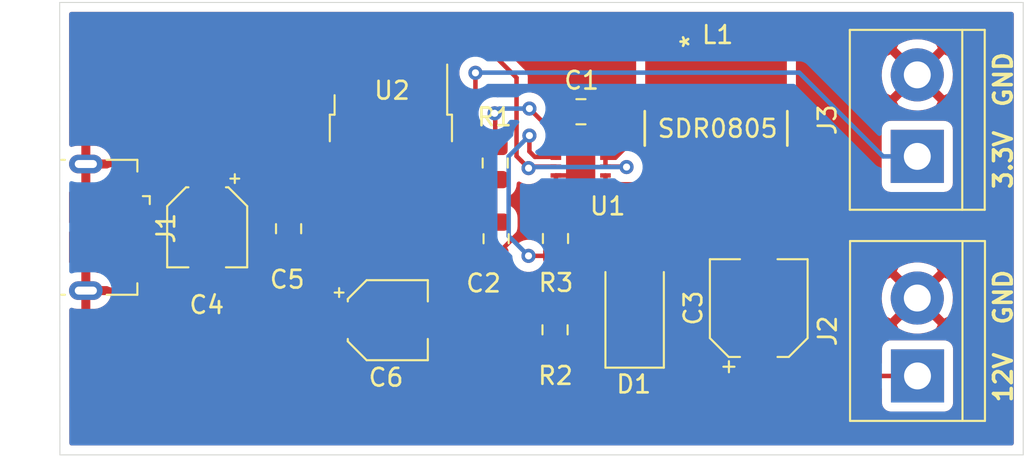
<source format=kicad_pcb>
(kicad_pcb (version 20171130) (host pcbnew "(5.1.2-1)-1")

  (general
    (thickness 1.6)
    (drawings 8)
    (tracks 145)
    (zones 0)
    (modules 16)
    (nets 13)
  )

  (page A4)
  (layers
    (0 F.Cu signal)
    (31 B.Cu signal)
    (32 B.Adhes user)
    (33 F.Adhes user)
    (34 B.Paste user)
    (35 F.Paste user)
    (36 B.SilkS user)
    (37 F.SilkS user)
    (38 B.Mask user)
    (39 F.Mask user)
    (40 Dwgs.User user)
    (41 Cmts.User user)
    (42 Eco1.User user)
    (43 Eco2.User user)
    (44 Edge.Cuts user)
    (45 Margin user)
    (46 B.CrtYd user)
    (47 F.CrtYd user)
    (48 B.Fab user)
    (49 F.Fab user)
  )

  (setup
    (last_trace_width 0.25)
    (user_trace_width 0.127)
    (user_trace_width 0.254)
    (user_trace_width 0.508)
    (user_trace_width 1)
    (user_trace_width 1.5)
    (trace_clearance 0.2)
    (zone_clearance 0.508)
    (zone_45_only no)
    (trace_min 0.127)
    (via_size 0.8)
    (via_drill 0.4)
    (via_min_size 0.5)
    (via_min_drill 0.4)
    (uvia_size 0.3)
    (uvia_drill 0.1)
    (uvias_allowed no)
    (uvia_min_size 0.2)
    (uvia_min_drill 0.1)
    (edge_width 0.05)
    (segment_width 0.2)
    (pcb_text_width 0.3)
    (pcb_text_size 1.5 1.5)
    (mod_edge_width 0.12)
    (mod_text_size 1 1)
    (mod_text_width 0.15)
    (pad_size 3 3)
    (pad_drill 1.52)
    (pad_to_mask_clearance 0.051)
    (solder_mask_min_width 0.25)
    (aux_axis_origin 0 0)
    (visible_elements FFFFFF7F)
    (pcbplotparams
      (layerselection 0x010fc_ffffffff)
      (usegerberextensions false)
      (usegerberattributes false)
      (usegerberadvancedattributes false)
      (creategerberjobfile false)
      (excludeedgelayer true)
      (linewidth 0.100000)
      (plotframeref false)
      (viasonmask false)
      (mode 1)
      (useauxorigin false)
      (hpglpennumber 1)
      (hpglpenspeed 20)
      (hpglpendiameter 15.000000)
      (psnegative false)
      (psa4output false)
      (plotreference true)
      (plotvalue true)
      (plotinvisibletext false)
      (padsonsilk false)
      (subtractmaskfromsilk false)
      (outputformat 1)
      (mirror false)
      (drillshape 1)
      (scaleselection 1)
      (outputdirectory ""))
  )

  (net 0 "")
  (net 1 GND)
  (net 2 "Net-(C1-Pad1)")
  (net 3 "Net-(C2-Pad1)")
  (net 4 +12V)
  (net 5 +5V)
  (net 6 +3V3)
  (net 7 /SW)
  (net 8 "Net-(J1-Pad2)")
  (net 9 "Net-(J1-Pad4)")
  (net 10 "Net-(J1-Pad3)")
  (net 11 "Net-(R1-Pad1)")
  (net 12 /FB)

  (net_class Default "Esta es la clase de red por defecto."
    (clearance 0.2)
    (trace_width 0.25)
    (via_dia 0.8)
    (via_drill 0.4)
    (uvia_dia 0.3)
    (uvia_drill 0.1)
    (add_net +12V)
    (add_net +3V3)
    (add_net +5V)
    (add_net /FB)
    (add_net /SW)
    (add_net GND)
    (add_net "Net-(C1-Pad1)")
    (add_net "Net-(C2-Pad1)")
    (add_net "Net-(J1-Pad2)")
    (add_net "Net-(J1-Pad3)")
    (add_net "Net-(J1-Pad4)")
    (add_net "Net-(R1-Pad1)")
  )

  (module TPS61087-02:TPS61087-02 (layer F.Cu) (tedit 5D4B32E4) (tstamp 5D4C3956)
    (at 230.9876 117.5766)
    (path /5D0BA35E)
    (fp_text reference U1 (at 1.524 2.2352) (layer F.SilkS)
      (effects (font (size 1 1) (thickness 0.15)))
    )
    (fp_text value TPS61087DSCR (at 0 -4.2418) (layer F.Fab)
      (effects (font (size 0.8 0.8) (thickness 0.15)))
    )
    (pad 1 smd rect (at -1.4 -1) (size 0.6 0.25) (layers F.Cu F.Paste F.Mask)
      (net 11 "Net-(R1-Pad1)"))
    (pad 2 smd rect (at -1.4 -0.5) (size 0.6 0.25) (layers F.Cu F.Paste F.Mask)
      (net 12 /FB))
    (pad 3 smd rect (at -1.4 0) (size 0.6 0.25) (layers F.Cu F.Paste F.Mask)
      (net 5 +5V))
    (pad 4 smd rect (at -1.4 0.5) (size 0.6 0.25) (layers F.Cu F.Paste F.Mask)
      (net 1 GND))
    (pad 5 smd rect (at -1.4 1) (size 0.6 0.25) (layers F.Cu F.Paste F.Mask)
      (net 1 GND))
    (pad 10 smd rect (at 1.4 -1) (size 0.6 0.25) (layers F.Cu F.Paste F.Mask)
      (net 2 "Net-(C1-Pad1)"))
    (pad 7 smd rect (at 1.4 0.5) (size 0.6 0.25) (layers F.Cu F.Paste F.Mask)
      (net 7 /SW))
    (pad 9 smd rect (at 1.4 -0.5) (size 0.6 0.25) (layers F.Cu F.Paste F.Mask)
      (net 5 +5V))
    (pad 6 smd rect (at 1.4 1) (size 0.6 0.25) (layers F.Cu F.Paste F.Mask)
      (net 7 /SW))
    (pad 8 smd rect (at 1.4 0) (size 0.6 0.25) (layers F.Cu F.Paste F.Mask)
      (net 5 +5V))
    (pad 11 smd rect (at 0 0) (size 1.65 2.4) (layers F.Cu F.Paste F.Mask)
      (net 1 GND))
    (pad 11 smd rect (at -0.25 -1.45) (size 0.25 0.5) (layers F.Cu F.Paste F.Mask)
      (net 1 GND))
    (pad 11 smd rect (at 0.25 -1.45) (size 0.25 0.5) (layers F.Cu F.Paste F.Mask)
      (net 1 GND))
    (pad 11 smd rect (at -0.25 1.45) (size 0.25 0.5) (layers F.Cu F.Paste F.Mask)
      (net 1 GND))
    (pad 11 smd rect (at 0.25 1.45) (size 0.25 0.5) (layers F.Cu F.Paste F.Mask)
      (net 1 GND))
  )

  (module Capacitor_SMD:C_0805_2012Metric (layer F.Cu) (tedit 5B36C52B) (tstamp 5D4BC873)
    (at 231.0026 114.4778 180)
    (descr "Capacitor SMD 0805 (2012 Metric), square (rectangular) end terminal, IPC_7351 nominal, (Body size source: https://docs.google.com/spreadsheets/d/1BsfQQcO9C6DZCsRaXUlFlo91Tg2WpOkGARC1WS5S8t0/edit?usp=sharing), generated with kicad-footprint-generator")
    (tags capacitor)
    (path /5D0A599B)
    (attr smd)
    (fp_text reference C1 (at -0.0358 1.7653) (layer F.SilkS)
      (effects (font (size 1 1) (thickness 0.15)))
    )
    (fp_text value 100nF (at 0 1.65) (layer F.Fab)
      (effects (font (size 1 1) (thickness 0.15)))
    )
    (fp_text user %R (at 0 0) (layer F.Fab)
      (effects (font (size 0.5 0.5) (thickness 0.08)))
    )
    (fp_line (start 1.68 0.95) (end -1.68 0.95) (layer F.CrtYd) (width 0.05))
    (fp_line (start 1.68 -0.95) (end 1.68 0.95) (layer F.CrtYd) (width 0.05))
    (fp_line (start -1.68 -0.95) (end 1.68 -0.95) (layer F.CrtYd) (width 0.05))
    (fp_line (start -1.68 0.95) (end -1.68 -0.95) (layer F.CrtYd) (width 0.05))
    (fp_line (start -0.258578 0.71) (end 0.258578 0.71) (layer F.SilkS) (width 0.12))
    (fp_line (start -0.258578 -0.71) (end 0.258578 -0.71) (layer F.SilkS) (width 0.12))
    (fp_line (start 1 0.6) (end -1 0.6) (layer F.Fab) (width 0.1))
    (fp_line (start 1 -0.6) (end 1 0.6) (layer F.Fab) (width 0.1))
    (fp_line (start -1 -0.6) (end 1 -0.6) (layer F.Fab) (width 0.1))
    (fp_line (start -1 0.6) (end -1 -0.6) (layer F.Fab) (width 0.1))
    (pad 2 smd roundrect (at 0.9375 0 180) (size 0.975 1.4) (layers F.Cu F.Paste F.Mask) (roundrect_rratio 0.25)
      (net 1 GND))
    (pad 1 smd roundrect (at -0.9375 0 180) (size 0.975 1.4) (layers F.Cu F.Paste F.Mask) (roundrect_rratio 0.25)
      (net 2 "Net-(C1-Pad1)"))
    (model ${KISYS3DMOD}/Capacitor_SMD.3dshapes/C_0805_2012Metric.wrl
      (at (xyz 0 0 0))
      (scale (xyz 1 1 1))
      (rotate (xyz 0 0 0))
    )
  )

  (module Capacitor_SMD:C_0805_2012Metric (layer F.Cu) (tedit 5B36C52B) (tstamp 5D4BC884)
    (at 226.2124 121.651 270)
    (descr "Capacitor SMD 0805 (2012 Metric), square (rectangular) end terminal, IPC_7351 nominal, (Body size source: https://docs.google.com/spreadsheets/d/1BsfQQcO9C6DZCsRaXUlFlo91Tg2WpOkGARC1WS5S8t0/edit?usp=sharing), generated with kicad-footprint-generator")
    (tags capacitor)
    (path /5D0A4F86)
    (attr smd)
    (fp_text reference C2 (at 2.5146 0.7112 180) (layer F.SilkS)
      (effects (font (size 1 1) (thickness 0.15)))
    )
    (fp_text value 820pF (at 0 1.65 90) (layer F.Fab)
      (effects (font (size 1 1) (thickness 0.15)))
    )
    (fp_line (start -1 0.6) (end -1 -0.6) (layer F.Fab) (width 0.1))
    (fp_line (start -1 -0.6) (end 1 -0.6) (layer F.Fab) (width 0.1))
    (fp_line (start 1 -0.6) (end 1 0.6) (layer F.Fab) (width 0.1))
    (fp_line (start 1 0.6) (end -1 0.6) (layer F.Fab) (width 0.1))
    (fp_line (start -0.258578 -0.71) (end 0.258578 -0.71) (layer F.SilkS) (width 0.12))
    (fp_line (start -0.258578 0.71) (end 0.258578 0.71) (layer F.SilkS) (width 0.12))
    (fp_line (start -1.68 0.95) (end -1.68 -0.95) (layer F.CrtYd) (width 0.05))
    (fp_line (start -1.68 -0.95) (end 1.68 -0.95) (layer F.CrtYd) (width 0.05))
    (fp_line (start 1.68 -0.95) (end 1.68 0.95) (layer F.CrtYd) (width 0.05))
    (fp_line (start 1.68 0.95) (end -1.68 0.95) (layer F.CrtYd) (width 0.05))
    (fp_text user %R (at 0 0 90) (layer F.Fab)
      (effects (font (size 0.5 0.5) (thickness 0.08)))
    )
    (pad 1 smd roundrect (at -0.9375 0 270) (size 0.975 1.4) (layers F.Cu F.Paste F.Mask) (roundrect_rratio 0.25)
      (net 3 "Net-(C2-Pad1)"))
    (pad 2 smd roundrect (at 0.9375 0 270) (size 0.975 1.4) (layers F.Cu F.Paste F.Mask) (roundrect_rratio 0.25)
      (net 1 GND))
    (model ${KISYS3DMOD}/Capacitor_SMD.3dshapes/C_0805_2012Metric.wrl
      (at (xyz 0 0 0))
      (scale (xyz 1 1 1))
      (rotate (xyz 0 0 0))
    )
  )

  (module Capacitor_SMD:CP_Elec_5x4.5 (layer F.Cu) (tedit 5BCA39CF) (tstamp 5D4BC8AC)
    (at 241.046 125.5678 90)
    (descr "SMD capacitor, aluminum electrolytic, Nichicon, 5.0x4.5mm")
    (tags "capacitor electrolytic")
    (path /5D0A54D3)
    (attr smd)
    (fp_text reference C3 (at 0 -3.7 90) (layer F.SilkS)
      (effects (font (size 1 1) (thickness 0.15)))
    )
    (fp_text value 22uF (at 0 3.7 90) (layer F.Fab)
      (effects (font (size 1 1) (thickness 0.15)))
    )
    (fp_circle (center 0 0) (end 2.5 0) (layer F.Fab) (width 0.1))
    (fp_line (start 2.65 -2.65) (end 2.65 2.65) (layer F.Fab) (width 0.1))
    (fp_line (start -1.65 -2.65) (end 2.65 -2.65) (layer F.Fab) (width 0.1))
    (fp_line (start -1.65 2.65) (end 2.65 2.65) (layer F.Fab) (width 0.1))
    (fp_line (start -2.65 -1.65) (end -2.65 1.65) (layer F.Fab) (width 0.1))
    (fp_line (start -2.65 -1.65) (end -1.65 -2.65) (layer F.Fab) (width 0.1))
    (fp_line (start -2.65 1.65) (end -1.65 2.65) (layer F.Fab) (width 0.1))
    (fp_line (start -2.033956 -1.2) (end -1.533956 -1.2) (layer F.Fab) (width 0.1))
    (fp_line (start -1.783956 -1.45) (end -1.783956 -0.95) (layer F.Fab) (width 0.1))
    (fp_line (start 2.76 2.76) (end 2.76 1.06) (layer F.SilkS) (width 0.12))
    (fp_line (start 2.76 -2.76) (end 2.76 -1.06) (layer F.SilkS) (width 0.12))
    (fp_line (start -1.695563 -2.76) (end 2.76 -2.76) (layer F.SilkS) (width 0.12))
    (fp_line (start -1.695563 2.76) (end 2.76 2.76) (layer F.SilkS) (width 0.12))
    (fp_line (start -2.76 1.695563) (end -2.76 1.06) (layer F.SilkS) (width 0.12))
    (fp_line (start -2.76 -1.695563) (end -2.76 -1.06) (layer F.SilkS) (width 0.12))
    (fp_line (start -2.76 -1.695563) (end -1.695563 -2.76) (layer F.SilkS) (width 0.12))
    (fp_line (start -2.76 1.695563) (end -1.695563 2.76) (layer F.SilkS) (width 0.12))
    (fp_line (start -3.625 -1.685) (end -3 -1.685) (layer F.SilkS) (width 0.12))
    (fp_line (start -3.3125 -1.9975) (end -3.3125 -1.3725) (layer F.SilkS) (width 0.12))
    (fp_line (start 2.9 -2.9) (end 2.9 -1.05) (layer F.CrtYd) (width 0.05))
    (fp_line (start 2.9 -1.05) (end 3.95 -1.05) (layer F.CrtYd) (width 0.05))
    (fp_line (start 3.95 -1.05) (end 3.95 1.05) (layer F.CrtYd) (width 0.05))
    (fp_line (start 3.95 1.05) (end 2.9 1.05) (layer F.CrtYd) (width 0.05))
    (fp_line (start 2.9 1.05) (end 2.9 2.9) (layer F.CrtYd) (width 0.05))
    (fp_line (start -1.75 2.9) (end 2.9 2.9) (layer F.CrtYd) (width 0.05))
    (fp_line (start -1.75 -2.9) (end 2.9 -2.9) (layer F.CrtYd) (width 0.05))
    (fp_line (start -2.9 1.75) (end -1.75 2.9) (layer F.CrtYd) (width 0.05))
    (fp_line (start -2.9 -1.75) (end -1.75 -2.9) (layer F.CrtYd) (width 0.05))
    (fp_line (start -2.9 -1.75) (end -2.9 -1.05) (layer F.CrtYd) (width 0.05))
    (fp_line (start -2.9 1.05) (end -2.9 1.75) (layer F.CrtYd) (width 0.05))
    (fp_line (start -2.9 -1.05) (end -3.95 -1.05) (layer F.CrtYd) (width 0.05))
    (fp_line (start -3.95 -1.05) (end -3.95 1.05) (layer F.CrtYd) (width 0.05))
    (fp_line (start -3.95 1.05) (end -2.9 1.05) (layer F.CrtYd) (width 0.05))
    (fp_text user %R (at 0 0 90) (layer F.Fab)
      (effects (font (size 1 1) (thickness 0.15)))
    )
    (pad 1 smd roundrect (at -2.2 0 90) (size 3 1.6) (layers F.Cu F.Paste F.Mask) (roundrect_rratio 0.15625)
      (net 4 +12V))
    (pad 2 smd roundrect (at 2.2 0 90) (size 3 1.6) (layers F.Cu F.Paste F.Mask) (roundrect_rratio 0.15625)
      (net 1 GND))
    (model ${KISYS3DMOD}/Capacitor_SMD.3dshapes/CP_Elec_5x4.5.wrl
      (at (xyz 0 0 0))
      (scale (xyz 1 1 1))
      (rotate (xyz 0 0 0))
    )
  )

  (module Capacitor_SMD:CP_Elec_4x4.5 (layer F.Cu) (tedit 5BCA39CF) (tstamp 5D4BC8D4)
    (at 209.8929 121.0056 270)
    (descr "SMD capacitor, aluminum electrolytic, Nichicon, 4.0x4.5mm")
    (tags "capacitor electrolytic")
    (path /5D0A741C)
    (attr smd)
    (fp_text reference C4 (at 4.3815 0.0254 180) (layer F.SilkS)
      (effects (font (size 1 1) (thickness 0.15)))
    )
    (fp_text value 10uF (at -4.2672 -0.0381 180) (layer F.Fab)
      (effects (font (size 1 1) (thickness 0.15)))
    )
    (fp_circle (center 0 0) (end 2 0) (layer F.Fab) (width 0.1))
    (fp_line (start 2.15 -2.15) (end 2.15 2.15) (layer F.Fab) (width 0.1))
    (fp_line (start -1.15 -2.15) (end 2.15 -2.15) (layer F.Fab) (width 0.1))
    (fp_line (start -1.15 2.15) (end 2.15 2.15) (layer F.Fab) (width 0.1))
    (fp_line (start -2.15 -1.15) (end -2.15 1.15) (layer F.Fab) (width 0.1))
    (fp_line (start -2.15 -1.15) (end -1.15 -2.15) (layer F.Fab) (width 0.1))
    (fp_line (start -2.15 1.15) (end -1.15 2.15) (layer F.Fab) (width 0.1))
    (fp_line (start -1.574773 -1) (end -1.174773 -1) (layer F.Fab) (width 0.1))
    (fp_line (start -1.374773 -1.2) (end -1.374773 -0.8) (layer F.Fab) (width 0.1))
    (fp_line (start 2.26 2.26) (end 2.26 1.06) (layer F.SilkS) (width 0.12))
    (fp_line (start 2.26 -2.26) (end 2.26 -1.06) (layer F.SilkS) (width 0.12))
    (fp_line (start -1.195563 -2.26) (end 2.26 -2.26) (layer F.SilkS) (width 0.12))
    (fp_line (start -1.195563 2.26) (end 2.26 2.26) (layer F.SilkS) (width 0.12))
    (fp_line (start -2.26 1.195563) (end -2.26 1.06) (layer F.SilkS) (width 0.12))
    (fp_line (start -2.26 -1.195563) (end -2.26 -1.06) (layer F.SilkS) (width 0.12))
    (fp_line (start -2.26 -1.195563) (end -1.195563 -2.26) (layer F.SilkS) (width 0.12))
    (fp_line (start -2.26 1.195563) (end -1.195563 2.26) (layer F.SilkS) (width 0.12))
    (fp_line (start -3 -1.56) (end -2.5 -1.56) (layer F.SilkS) (width 0.12))
    (fp_line (start -2.75 -1.81) (end -2.75 -1.31) (layer F.SilkS) (width 0.12))
    (fp_line (start 2.4 -2.4) (end 2.4 -1.05) (layer F.CrtYd) (width 0.05))
    (fp_line (start 2.4 -1.05) (end 3.35 -1.05) (layer F.CrtYd) (width 0.05))
    (fp_line (start 3.35 -1.05) (end 3.35 1.05) (layer F.CrtYd) (width 0.05))
    (fp_line (start 3.35 1.05) (end 2.4 1.05) (layer F.CrtYd) (width 0.05))
    (fp_line (start 2.4 1.05) (end 2.4 2.4) (layer F.CrtYd) (width 0.05))
    (fp_line (start -1.25 2.4) (end 2.4 2.4) (layer F.CrtYd) (width 0.05))
    (fp_line (start -1.25 -2.4) (end 2.4 -2.4) (layer F.CrtYd) (width 0.05))
    (fp_line (start -2.4 1.25) (end -1.25 2.4) (layer F.CrtYd) (width 0.05))
    (fp_line (start -2.4 -1.25) (end -1.25 -2.4) (layer F.CrtYd) (width 0.05))
    (fp_line (start -2.4 -1.25) (end -2.4 -1.05) (layer F.CrtYd) (width 0.05))
    (fp_line (start -2.4 1.05) (end -2.4 1.25) (layer F.CrtYd) (width 0.05))
    (fp_line (start -2.4 -1.05) (end -3.35 -1.05) (layer F.CrtYd) (width 0.05))
    (fp_line (start -3.35 -1.05) (end -3.35 1.05) (layer F.CrtYd) (width 0.05))
    (fp_line (start -3.35 1.05) (end -2.4 1.05) (layer F.CrtYd) (width 0.05))
    (fp_text user %R (at 0 0 90) (layer F.Fab)
      (effects (font (size 0.8 0.8) (thickness 0.12)))
    )
    (pad 1 smd roundrect (at -1.8 0 270) (size 2.6 1.6) (layers F.Cu F.Paste F.Mask) (roundrect_rratio 0.15625)
      (net 5 +5V))
    (pad 2 smd roundrect (at 1.8 0 270) (size 2.6 1.6) (layers F.Cu F.Paste F.Mask) (roundrect_rratio 0.15625)
      (net 1 GND))
    (model ${KISYS3DMOD}/Capacitor_SMD.3dshapes/CP_Elec_4x4.5.wrl
      (at (xyz 0 0 0))
      (scale (xyz 1 1 1))
      (rotate (xyz 0 0 0))
    )
  )

  (module Capacitor_SMD:C_0805_2012Metric (layer F.Cu) (tedit 5B36C52B) (tstamp 5D4BC8E5)
    (at 214.4903 121.0841 270)
    (descr "Capacitor SMD 0805 (2012 Metric), square (rectangular) end terminal, IPC_7351 nominal, (Body size source: https://docs.google.com/spreadsheets/d/1BsfQQcO9C6DZCsRaXUlFlo91Tg2WpOkGARC1WS5S8t0/edit?usp=sharing), generated with kicad-footprint-generator")
    (tags capacitor)
    (path /5D0A6E8A)
    (attr smd)
    (fp_text reference C5 (at 2.8679 0.0762 180) (layer F.SilkS)
      (effects (font (size 1 1) (thickness 0.15)))
    )
    (fp_text value 1uF (at -2.6693 -0.0254 180) (layer F.Fab)
      (effects (font (size 1 1) (thickness 0.15)))
    )
    (fp_line (start -1 0.6) (end -1 -0.6) (layer F.Fab) (width 0.1))
    (fp_line (start -1 -0.6) (end 1 -0.6) (layer F.Fab) (width 0.1))
    (fp_line (start 1 -0.6) (end 1 0.6) (layer F.Fab) (width 0.1))
    (fp_line (start 1 0.6) (end -1 0.6) (layer F.Fab) (width 0.1))
    (fp_line (start -0.258578 -0.71) (end 0.258578 -0.71) (layer F.SilkS) (width 0.12))
    (fp_line (start -0.258578 0.71) (end 0.258578 0.71) (layer F.SilkS) (width 0.12))
    (fp_line (start -1.68 0.95) (end -1.68 -0.95) (layer F.CrtYd) (width 0.05))
    (fp_line (start -1.68 -0.95) (end 1.68 -0.95) (layer F.CrtYd) (width 0.05))
    (fp_line (start 1.68 -0.95) (end 1.68 0.95) (layer F.CrtYd) (width 0.05))
    (fp_line (start 1.68 0.95) (end -1.68 0.95) (layer F.CrtYd) (width 0.05))
    (fp_text user %R (at 0 0 90) (layer F.Fab)
      (effects (font (size 0.5 0.5) (thickness 0.08)))
    )
    (pad 1 smd roundrect (at -0.9375 0 270) (size 0.975 1.4) (layers F.Cu F.Paste F.Mask) (roundrect_rratio 0.25)
      (net 5 +5V))
    (pad 2 smd roundrect (at 0.9375 0 270) (size 0.975 1.4) (layers F.Cu F.Paste F.Mask) (roundrect_rratio 0.25)
      (net 1 GND))
    (model ${KISYS3DMOD}/Capacitor_SMD.3dshapes/C_0805_2012Metric.wrl
      (at (xyz 0 0 0))
      (scale (xyz 1 1 1))
      (rotate (xyz 0 0 0))
    )
  )

  (module Capacitor_SMD:CP_Elec_4x4.5 (layer F.Cu) (tedit 5BCA39CF) (tstamp 5D4BC90D)
    (at 220.0944 126.2507)
    (descr "SMD capacitor, aluminum electrolytic, Nichicon, 4.0x4.5mm")
    (tags "capacitor electrolytic")
    (path /5D0A7993)
    (attr smd)
    (fp_text reference C6 (at -0.1016 3.2385) (layer F.SilkS)
      (effects (font (size 1 1) (thickness 0.15)))
    )
    (fp_text value 10uF (at 0 3.2) (layer F.Fab)
      (effects (font (size 1 1) (thickness 0.15)))
    )
    (fp_text user %R (at 0 0) (layer F.Fab)
      (effects (font (size 0.8 0.8) (thickness 0.12)))
    )
    (fp_line (start -3.35 1.05) (end -2.4 1.05) (layer F.CrtYd) (width 0.05))
    (fp_line (start -3.35 -1.05) (end -3.35 1.05) (layer F.CrtYd) (width 0.05))
    (fp_line (start -2.4 -1.05) (end -3.35 -1.05) (layer F.CrtYd) (width 0.05))
    (fp_line (start -2.4 1.05) (end -2.4 1.25) (layer F.CrtYd) (width 0.05))
    (fp_line (start -2.4 -1.25) (end -2.4 -1.05) (layer F.CrtYd) (width 0.05))
    (fp_line (start -2.4 -1.25) (end -1.25 -2.4) (layer F.CrtYd) (width 0.05))
    (fp_line (start -2.4 1.25) (end -1.25 2.4) (layer F.CrtYd) (width 0.05))
    (fp_line (start -1.25 -2.4) (end 2.4 -2.4) (layer F.CrtYd) (width 0.05))
    (fp_line (start -1.25 2.4) (end 2.4 2.4) (layer F.CrtYd) (width 0.05))
    (fp_line (start 2.4 1.05) (end 2.4 2.4) (layer F.CrtYd) (width 0.05))
    (fp_line (start 3.35 1.05) (end 2.4 1.05) (layer F.CrtYd) (width 0.05))
    (fp_line (start 3.35 -1.05) (end 3.35 1.05) (layer F.CrtYd) (width 0.05))
    (fp_line (start 2.4 -1.05) (end 3.35 -1.05) (layer F.CrtYd) (width 0.05))
    (fp_line (start 2.4 -2.4) (end 2.4 -1.05) (layer F.CrtYd) (width 0.05))
    (fp_line (start -2.75 -1.81) (end -2.75 -1.31) (layer F.SilkS) (width 0.12))
    (fp_line (start -3 -1.56) (end -2.5 -1.56) (layer F.SilkS) (width 0.12))
    (fp_line (start -2.26 1.195563) (end -1.195563 2.26) (layer F.SilkS) (width 0.12))
    (fp_line (start -2.26 -1.195563) (end -1.195563 -2.26) (layer F.SilkS) (width 0.12))
    (fp_line (start -2.26 -1.195563) (end -2.26 -1.06) (layer F.SilkS) (width 0.12))
    (fp_line (start -2.26 1.195563) (end -2.26 1.06) (layer F.SilkS) (width 0.12))
    (fp_line (start -1.195563 2.26) (end 2.26 2.26) (layer F.SilkS) (width 0.12))
    (fp_line (start -1.195563 -2.26) (end 2.26 -2.26) (layer F.SilkS) (width 0.12))
    (fp_line (start 2.26 -2.26) (end 2.26 -1.06) (layer F.SilkS) (width 0.12))
    (fp_line (start 2.26 2.26) (end 2.26 1.06) (layer F.SilkS) (width 0.12))
    (fp_line (start -1.374773 -1.2) (end -1.374773 -0.8) (layer F.Fab) (width 0.1))
    (fp_line (start -1.574773 -1) (end -1.174773 -1) (layer F.Fab) (width 0.1))
    (fp_line (start -2.15 1.15) (end -1.15 2.15) (layer F.Fab) (width 0.1))
    (fp_line (start -2.15 -1.15) (end -1.15 -2.15) (layer F.Fab) (width 0.1))
    (fp_line (start -2.15 -1.15) (end -2.15 1.15) (layer F.Fab) (width 0.1))
    (fp_line (start -1.15 2.15) (end 2.15 2.15) (layer F.Fab) (width 0.1))
    (fp_line (start -1.15 -2.15) (end 2.15 -2.15) (layer F.Fab) (width 0.1))
    (fp_line (start 2.15 -2.15) (end 2.15 2.15) (layer F.Fab) (width 0.1))
    (fp_circle (center 0 0) (end 2 0) (layer F.Fab) (width 0.1))
    (pad 2 smd roundrect (at 1.8 0) (size 2.6 1.6) (layers F.Cu F.Paste F.Mask) (roundrect_rratio 0.15625)
      (net 1 GND))
    (pad 1 smd roundrect (at -1.8 0) (size 2.6 1.6) (layers F.Cu F.Paste F.Mask) (roundrect_rratio 0.15625)
      (net 6 +3V3))
    (model ${KISYS3DMOD}/Capacitor_SMD.3dshapes/CP_Elec_4x4.5.wrl
      (at (xyz 0 0 0))
      (scale (xyz 1 1 1))
      (rotate (xyz 0 0 0))
    )
  )

  (module Diode_SMD:D_SMA (layer F.Cu) (tedit 586432E5) (tstamp 5D4BC925)
    (at 234.0356 125.5334 90)
    (descr "Diode SMA (DO-214AC)")
    (tags "Diode SMA (DO-214AC)")
    (path /5D0A97BC)
    (attr smd)
    (fp_text reference D1 (at -4.3373 -0.0508 180) (layer F.SilkS)
      (effects (font (size 1 1) (thickness 0.15)))
    )
    (fp_text value B340 (at 0 2.6 90) (layer F.Fab)
      (effects (font (size 1 1) (thickness 0.15)))
    )
    (fp_text user %R (at 0 -2.5 90) (layer F.Fab)
      (effects (font (size 1 1) (thickness 0.15)))
    )
    (fp_line (start -3.4 -1.65) (end -3.4 1.65) (layer F.SilkS) (width 0.12))
    (fp_line (start 2.3 1.5) (end -2.3 1.5) (layer F.Fab) (width 0.1))
    (fp_line (start -2.3 1.5) (end -2.3 -1.5) (layer F.Fab) (width 0.1))
    (fp_line (start 2.3 -1.5) (end 2.3 1.5) (layer F.Fab) (width 0.1))
    (fp_line (start 2.3 -1.5) (end -2.3 -1.5) (layer F.Fab) (width 0.1))
    (fp_line (start -3.5 -1.75) (end 3.5 -1.75) (layer F.CrtYd) (width 0.05))
    (fp_line (start 3.5 -1.75) (end 3.5 1.75) (layer F.CrtYd) (width 0.05))
    (fp_line (start 3.5 1.75) (end -3.5 1.75) (layer F.CrtYd) (width 0.05))
    (fp_line (start -3.5 1.75) (end -3.5 -1.75) (layer F.CrtYd) (width 0.05))
    (fp_line (start -0.64944 0.00102) (end -1.55114 0.00102) (layer F.Fab) (width 0.1))
    (fp_line (start 0.50118 0.00102) (end 1.4994 0.00102) (layer F.Fab) (width 0.1))
    (fp_line (start -0.64944 -0.79908) (end -0.64944 0.80112) (layer F.Fab) (width 0.1))
    (fp_line (start 0.50118 0.75032) (end 0.50118 -0.79908) (layer F.Fab) (width 0.1))
    (fp_line (start -0.64944 0.00102) (end 0.50118 0.75032) (layer F.Fab) (width 0.1))
    (fp_line (start -0.64944 0.00102) (end 0.50118 -0.79908) (layer F.Fab) (width 0.1))
    (fp_line (start -3.4 1.65) (end 2 1.65) (layer F.SilkS) (width 0.12))
    (fp_line (start -3.4 -1.65) (end 2 -1.65) (layer F.SilkS) (width 0.12))
    (pad 1 smd rect (at -2 0 90) (size 2.5 1.8) (layers F.Cu F.Paste F.Mask)
      (net 4 +12V))
    (pad 2 smd rect (at 2 0 90) (size 2.5 1.8) (layers F.Cu F.Paste F.Mask)
      (net 7 /SW))
    (model ${KISYS3DMOD}/Diode_SMD.3dshapes/D_SMA.wrl
      (at (xyz 0 0 0))
      (scale (xyz 1 1 1))
      (rotate (xyz 0 0 0))
    )
  )

  (module Connector_USB:USB_Micro-B_GCT_USB3076-30-A (layer F.Cu) (tedit 5A170D03) (tstamp 5D4BC94C)
    (at 204.2392 121.0056 270)
    (descr "GCT Micro USB https://gct.co/files/drawings/usb3076.pdf")
    (tags "Micro-USB SMD Typ-B GCT")
    (path /5D0A338B)
    (attr smd)
    (fp_text reference J1 (at 0.0508 -3.3274 90) (layer F.SilkS)
      (effects (font (size 1 1) (thickness 0.15)))
    )
    (fp_text value USB_B_Micro (at 0 5.2 90) (layer F.Fab)
      (effects (font (size 1 1) (thickness 0.15)))
    )
    (fp_line (start -4.6 4.45) (end 4.6 4.45) (layer F.CrtYd) (width 0.05))
    (fp_line (start 4.6 -2.65) (end 4.6 4.45) (layer F.CrtYd) (width 0.05))
    (fp_line (start -4.6 -2.65) (end 4.6 -2.65) (layer F.CrtYd) (width 0.05))
    (fp_line (start -4.6 4.45) (end -4.6 -2.65) (layer F.CrtYd) (width 0.05))
    (fp_text user "PCB Edge" (at 0 2.65 90) (layer Dwgs.User)
      (effects (font (size 0.5 0.5) (thickness 0.08)))
    )
    (fp_line (start -3.81 -1.71) (end -3.15 -1.71) (layer F.SilkS) (width 0.12))
    (fp_line (start -3.81 0.02) (end -3.81 -1.71) (layer F.SilkS) (width 0.12))
    (fp_line (start 3.81 2.59) (end 3.81 2.38) (layer F.SilkS) (width 0.12))
    (fp_line (start 3.7 3.95) (end 3.7 -1.6) (layer F.Fab) (width 0.1))
    (fp_line (start -3 2.65) (end 3 2.65) (layer F.Fab) (width 0.1))
    (fp_line (start -3.7 3.95) (end 3.7 3.95) (layer F.Fab) (width 0.1))
    (fp_line (start -3.7 -1.6) (end 3.7 -1.6) (layer F.Fab) (width 0.1))
    (fp_line (start -3.7 3.95) (end -3.7 -1.6) (layer F.Fab) (width 0.1))
    (fp_line (start -3.81 2.59) (end -3.81 2.38) (layer F.SilkS) (width 0.12))
    (fp_line (start 3.81 0.02) (end 3.81 -1.71) (layer F.SilkS) (width 0.12))
    (fp_line (start 3.81 -1.71) (end 3.16 -1.71) (layer F.SilkS) (width 0.12))
    (fp_text user %R (at 0 0.85 90) (layer F.Fab)
      (effects (font (size 1 1) (thickness 0.15)))
    )
    (fp_line (start -1.76 -2.41) (end -1.31 -2.41) (layer F.SilkS) (width 0.12))
    (fp_line (start -1.76 -2.41) (end -1.76 -2.02) (layer F.SilkS) (width 0.12))
    (fp_line (start -1.3 -1.75) (end -1.5 -1.95) (layer F.Fab) (width 0.1))
    (fp_line (start -1.1 -1.95) (end -1.3 -1.75) (layer F.Fab) (width 0.1))
    (fp_line (start -1.5 -2.16) (end -1.1 -2.16) (layer F.Fab) (width 0.1))
    (fp_line (start -1.5 -2.16) (end -1.5 -1.95) (layer F.Fab) (width 0.1))
    (fp_line (start -1.1 -2.16) (end -1.1 -1.95) (layer F.Fab) (width 0.1))
    (pad 6 smd rect (at 1.125 1.2 270) (size 1.75 1.9) (layers F.Cu F.Paste F.Mask)
      (net 1 GND))
    (pad 2 smd rect (at -0.65 -1.45 270) (size 0.4 1.4) (layers F.Cu F.Paste F.Mask)
      (net 8 "Net-(J1-Pad2)"))
    (pad 1 smd rect (at -1.3 -1.45 270) (size 0.4 1.4) (layers F.Cu F.Paste F.Mask)
      (net 5 +5V))
    (pad 5 smd rect (at 1.3 -1.45 270) (size 0.4 1.4) (layers F.Cu F.Paste F.Mask)
      (net 1 GND))
    (pad 4 smd rect (at 0.65 -1.45 270) (size 0.4 1.4) (layers F.Cu F.Paste F.Mask)
      (net 9 "Net-(J1-Pad4)"))
    (pad 3 smd rect (at 0 -1.45 270) (size 0.4 1.4) (layers F.Cu F.Paste F.Mask)
      (net 10 "Net-(J1-Pad3)"))
    (pad 6 smd rect (at -1.125 1.2 270) (size 1.75 1.9) (layers F.Cu F.Paste F.Mask)
      (net 1 GND))
    (pad 6 thru_hole oval (at -3.575 1.2 90) (size 1.05 1.9) (drill oval 0.45 1.25) (layers *.Cu *.Mask)
      (net 1 GND))
    (pad 6 thru_hole oval (at 3.575 1.2 270) (size 1.05 1.9) (drill oval 0.45 1.25) (layers *.Cu *.Mask)
      (net 1 GND))
    (pad 6 smd rect (at 2.32 -1.03 270) (size 1.15 1.45) (layers F.Cu F.Paste F.Mask)
      (net 1 GND))
    (pad 6 smd rect (at -2.32 -1.03 270) (size 1.15 1.45) (layers F.Cu F.Paste F.Mask)
      (net 1 GND))
    (model ${KISYS3DMOD}/Connector_USB.3dshapes/USB_Micro-B_GCT_USB3076-30-A.wrl
      (at (xyz 0 0 0))
      (scale (xyz 1 1 1))
      (rotate (xyz 0 0 0))
    )
  )

  (module TerminalBlock:TerminalBlock_bornier-2_P5.08mm (layer F.Cu) (tedit 5D4B890E) (tstamp 5D4BC961)
    (at 250.0122 129.4003 90)
    (descr "simple 2-pin terminal block, pitch 5.08mm, revamped version of bornier2")
    (tags "terminal block bornier2")
    (path /5D0AA117)
    (fp_text reference J2 (at 2.54 -5.08 90) (layer F.SilkS)
      (effects (font (size 1 1) (thickness 0.15)))
    )
    (fp_text value Conn_01x02_Male (at 2.54 5.08 90) (layer F.Fab)
      (effects (font (size 1 1) (thickness 0.15)))
    )
    (fp_text user %R (at 2.54 0 90) (layer F.Fab)
      (effects (font (size 1 1) (thickness 0.15)))
    )
    (fp_line (start -2.41 2.55) (end 7.49 2.55) (layer F.Fab) (width 0.1))
    (fp_line (start -2.46 -3.75) (end -2.46 3.75) (layer F.Fab) (width 0.1))
    (fp_line (start -2.46 3.75) (end 7.54 3.75) (layer F.Fab) (width 0.1))
    (fp_line (start 7.54 3.75) (end 7.54 -3.75) (layer F.Fab) (width 0.1))
    (fp_line (start 7.54 -3.75) (end -2.46 -3.75) (layer F.Fab) (width 0.1))
    (fp_line (start 7.62 2.54) (end -2.54 2.54) (layer F.SilkS) (width 0.12))
    (fp_line (start 7.62 3.81) (end 7.62 -3.81) (layer F.SilkS) (width 0.12))
    (fp_line (start 7.62 -3.81) (end -2.54 -3.81) (layer F.SilkS) (width 0.12))
    (fp_line (start -2.54 -3.81) (end -2.54 3.81) (layer F.SilkS) (width 0.12))
    (fp_line (start -2.54 3.81) (end 7.62 3.81) (layer F.SilkS) (width 0.12))
    (fp_line (start -2.71 -4) (end 7.79 -4) (layer F.CrtYd) (width 0.05))
    (fp_line (start -2.71 -4) (end -2.71 4) (layer F.CrtYd) (width 0.05))
    (fp_line (start 7.79 4) (end 7.79 -4) (layer F.CrtYd) (width 0.05))
    (fp_line (start 7.79 4) (end -2.71 4) (layer F.CrtYd) (width 0.05))
    (pad 1 thru_hole rect (at 0 0 90) (size 3 3) (drill 1.52) (layers *.Cu *.Mask)
      (net 4 +12V))
    (pad 2 thru_hole circle (at 4.4003 -0.0122 90) (size 3 3) (drill 1.52) (layers *.Cu *.Mask)
      (net 1 GND))
    (model ${KISYS3DMOD}/TerminalBlock.3dshapes/TerminalBlock_bornier-2_P5.08mm.wrl
      (offset (xyz 2.539999961853027 0 0))
      (scale (xyz 1 1 1))
      (rotate (xyz 0 0 0))
    )
  )

  (module TerminalBlock:TerminalBlock_bornier-2_P5.08mm (layer F.Cu) (tedit 5D4B88FA) (tstamp 5D4BC976)
    (at 249.9995 117.475 90)
    (descr "simple 2-pin terminal block, pitch 5.08mm, revamped version of bornier2")
    (tags "terminal block bornier2")
    (path /5D0AA895)
    (fp_text reference J3 (at 2.54 -5.08 90) (layer F.SilkS)
      (effects (font (size 1 1) (thickness 0.15)))
    )
    (fp_text value Conn_01x02_Male (at 2.54 5.08 90) (layer F.Fab)
      (effects (font (size 1 1) (thickness 0.15)))
    )
    (fp_line (start 7.79 4) (end -2.71 4) (layer F.CrtYd) (width 0.05))
    (fp_line (start 7.79 4) (end 7.79 -4) (layer F.CrtYd) (width 0.05))
    (fp_line (start -2.71 -4) (end -2.71 4) (layer F.CrtYd) (width 0.05))
    (fp_line (start -2.71 -4) (end 7.79 -4) (layer F.CrtYd) (width 0.05))
    (fp_line (start -2.54 3.81) (end 7.62 3.81) (layer F.SilkS) (width 0.12))
    (fp_line (start -2.54 -3.81) (end -2.54 3.81) (layer F.SilkS) (width 0.12))
    (fp_line (start 7.62 -3.81) (end -2.54 -3.81) (layer F.SilkS) (width 0.12))
    (fp_line (start 7.62 3.81) (end 7.62 -3.81) (layer F.SilkS) (width 0.12))
    (fp_line (start 7.62 2.54) (end -2.54 2.54) (layer F.SilkS) (width 0.12))
    (fp_line (start 7.54 -3.75) (end -2.46 -3.75) (layer F.Fab) (width 0.1))
    (fp_line (start 7.54 3.75) (end 7.54 -3.75) (layer F.Fab) (width 0.1))
    (fp_line (start -2.46 3.75) (end 7.54 3.75) (layer F.Fab) (width 0.1))
    (fp_line (start -2.46 -3.75) (end -2.46 3.75) (layer F.Fab) (width 0.1))
    (fp_line (start -2.41 2.55) (end 7.49 2.55) (layer F.Fab) (width 0.1))
    (fp_text user %R (at 2.54 0 90) (layer F.Fab)
      (effects (font (size 1 1) (thickness 0.15)))
    )
    (pad 2 thru_hole circle (at 5.08 0 90) (size 3 3) (drill 1.52) (layers *.Cu *.Mask)
      (net 1 GND))
    (pad 1 thru_hole rect (at 0.475 0.0005 90) (size 3 3) (drill 1.52) (layers *.Cu *.Mask)
      (net 6 +3V3))
    (model ${KISYS3DMOD}/TerminalBlock.3dshapes/TerminalBlock_bornier-2_P5.08mm.wrl
      (offset (xyz 2.539999961853027 0 0))
      (scale (xyz 1 1 1))
      (rotate (xyz 0 0 0))
    )
  )

  (module SDR0805:SDR0805-220ML (layer F.Cu) (tedit 0) (tstamp 5D4BC98D)
    (at 238.633 115.4176 270)
    (path /5D0A4849)
    (fp_text reference L1 (at -5.2832 -0.0889 180) (layer F.SilkS)
      (effects (font (size 1 1) (thickness 0.15)))
    )
    (fp_text value SDR0805 (at 0.0127 -0.0889 180) (layer F.SilkS)
      (effects (font (size 1 1) (thickness 0.15)))
    )
    (fp_text user "Copyright 2016 Accelerated Designs. All rights reserved." (at 0 0 90) (layer Cmts.User)
      (effects (font (size 0.127 0.127) (thickness 0.002)))
    )
    (fp_text user * (at -4.9022 1.4605 90) (layer F.SilkS)
      (effects (font (size 1 1) (thickness 0.15)))
    )
    (fp_text user * (at -3.3909 0 90) (layer F.Fab)
      (effects (font (size 1 1) (thickness 0.15)))
    )
    (fp_line (start -0.969981 4.0259) (end 0.969981 4.0259) (layer F.SilkS) (width 0.1524))
    (fp_line (start 0.969981 -4.0259) (end -0.969981 -4.0259) (layer F.SilkS) (width 0.1524))
    (fp_line (start -1.94945 -3.8989) (end -3.8989 -1.94945) (layer F.Fab) (width 0.1524))
    (fp_line (start -3.8989 -1.94945) (end -3.8989 1.94945) (layer F.Fab) (width 0.1524))
    (fp_line (start -3.8989 1.94945) (end -1.94945 3.8989) (layer F.Fab) (width 0.1524))
    (fp_line (start -1.94945 3.8989) (end 1.94945 3.8989) (layer F.Fab) (width 0.1524))
    (fp_line (start 1.94945 3.8989) (end 3.8989 1.94945) (layer F.Fab) (width 0.1524))
    (fp_line (start 3.8989 1.94945) (end 3.8989 -1.94945) (layer F.Fab) (width 0.1524))
    (fp_line (start 3.8989 -1.94945) (end 1.94945 -3.8989) (layer F.Fab) (width 0.1524))
    (fp_line (start 1.94945 -3.8989) (end -1.94945 -3.8989) (layer F.Fab) (width 0.1524))
    (fp_line (start -4.26085 4.2545) (end -4.26085 -4.2545) (layer F.CrtYd) (width 0.1524))
    (fp_line (start -4.26085 -4.2545) (end 4.26085 -4.2545) (layer F.CrtYd) (width 0.1524))
    (fp_line (start 4.26085 -4.2545) (end 4.26085 4.2545) (layer F.CrtYd) (width 0.1524))
    (fp_line (start 4.26085 4.2545) (end -4.26085 4.2545) (layer F.CrtYd) (width 0.1524))
    (pad 1 smd rect (at -2.6543 0 270) (size 2.7051 8.001) (layers F.Cu F.Paste F.Mask)
      (net 5 +5V))
    (pad 2 smd rect (at 2.6543 0 270) (size 2.7051 8.001) (layers F.Cu F.Paste F.Mask)
      (net 7 /SW))
  )

  (module Resistor_SMD:R_0805_2012Metric (layer F.Cu) (tedit 5B36C52B) (tstamp 5D4BC99E)
    (at 226.1616 117.3757 270)
    (descr "Resistor SMD 0805 (2012 Metric), square (rectangular) end terminal, IPC_7351 nominal, (Body size source: https://docs.google.com/spreadsheets/d/1BsfQQcO9C6DZCsRaXUlFlo91Tg2WpOkGARC1WS5S8t0/edit?usp=sharing), generated with kicad-footprint-generator")
    (tags resistor)
    (path /5D0A4178)
    (attr smd)
    (fp_text reference R1 (at -2.5931 0.0381 180) (layer F.SilkS)
      (effects (font (size 1 1) (thickness 0.15)))
    )
    (fp_text value 105K (at 0 1.65 90) (layer F.Fab)
      (effects (font (size 1 1) (thickness 0.15)))
    )
    (fp_line (start -1 0.6) (end -1 -0.6) (layer F.Fab) (width 0.1))
    (fp_line (start -1 -0.6) (end 1 -0.6) (layer F.Fab) (width 0.1))
    (fp_line (start 1 -0.6) (end 1 0.6) (layer F.Fab) (width 0.1))
    (fp_line (start 1 0.6) (end -1 0.6) (layer F.Fab) (width 0.1))
    (fp_line (start -0.258578 -0.71) (end 0.258578 -0.71) (layer F.SilkS) (width 0.12))
    (fp_line (start -0.258578 0.71) (end 0.258578 0.71) (layer F.SilkS) (width 0.12))
    (fp_line (start -1.68 0.95) (end -1.68 -0.95) (layer F.CrtYd) (width 0.05))
    (fp_line (start -1.68 -0.95) (end 1.68 -0.95) (layer F.CrtYd) (width 0.05))
    (fp_line (start 1.68 -0.95) (end 1.68 0.95) (layer F.CrtYd) (width 0.05))
    (fp_line (start 1.68 0.95) (end -1.68 0.95) (layer F.CrtYd) (width 0.05))
    (fp_text user %R (at 0 0 90) (layer F.Fab)
      (effects (font (size 0.5 0.5) (thickness 0.08)))
    )
    (pad 1 smd roundrect (at -0.9375 0 270) (size 0.975 1.4) (layers F.Cu F.Paste F.Mask) (roundrect_rratio 0.25)
      (net 11 "Net-(R1-Pad1)"))
    (pad 2 smd roundrect (at 0.9375 0 270) (size 0.975 1.4) (layers F.Cu F.Paste F.Mask) (roundrect_rratio 0.25)
      (net 3 "Net-(C2-Pad1)"))
    (model ${KISYS3DMOD}/Resistor_SMD.3dshapes/R_0805_2012Metric.wrl
      (at (xyz 0 0 0))
      (scale (xyz 1 1 1))
      (rotate (xyz 0 0 0))
    )
  )

  (module Resistor_SMD:R_0805_2012Metric (layer F.Cu) (tedit 5B36C52B) (tstamp 5D4BC9AF)
    (at 229.5398 126.7945 270)
    (descr "Resistor SMD 0805 (2012 Metric), square (rectangular) end terminal, IPC_7351 nominal, (Body size source: https://docs.google.com/spreadsheets/d/1BsfQQcO9C6DZCsRaXUlFlo91Tg2WpOkGARC1WS5S8t0/edit?usp=sharing), generated with kicad-footprint-generator")
    (tags resistor)
    (path /5D0B8D88)
    (attr smd)
    (fp_text reference R2 (at 2.5931 -0.0254 180) (layer F.SilkS)
      (effects (font (size 1 1) (thickness 0.15)))
    )
    (fp_text value 232K (at 0 1.65 90) (layer F.Fab)
      (effects (font (size 1 1) (thickness 0.15)))
    )
    (fp_text user %R (at 0 0 90) (layer F.Fab)
      (effects (font (size 0.5 0.5) (thickness 0.08)))
    )
    (fp_line (start 1.68 0.95) (end -1.68 0.95) (layer F.CrtYd) (width 0.05))
    (fp_line (start 1.68 -0.95) (end 1.68 0.95) (layer F.CrtYd) (width 0.05))
    (fp_line (start -1.68 -0.95) (end 1.68 -0.95) (layer F.CrtYd) (width 0.05))
    (fp_line (start -1.68 0.95) (end -1.68 -0.95) (layer F.CrtYd) (width 0.05))
    (fp_line (start -0.258578 0.71) (end 0.258578 0.71) (layer F.SilkS) (width 0.12))
    (fp_line (start -0.258578 -0.71) (end 0.258578 -0.71) (layer F.SilkS) (width 0.12))
    (fp_line (start 1 0.6) (end -1 0.6) (layer F.Fab) (width 0.1))
    (fp_line (start 1 -0.6) (end 1 0.6) (layer F.Fab) (width 0.1))
    (fp_line (start -1 -0.6) (end 1 -0.6) (layer F.Fab) (width 0.1))
    (fp_line (start -1 0.6) (end -1 -0.6) (layer F.Fab) (width 0.1))
    (pad 2 smd roundrect (at 0.9375 0 270) (size 0.975 1.4) (layers F.Cu F.Paste F.Mask) (roundrect_rratio 0.25)
      (net 4 +12V))
    (pad 1 smd roundrect (at -0.9375 0 270) (size 0.975 1.4) (layers F.Cu F.Paste F.Mask) (roundrect_rratio 0.25)
      (net 12 /FB))
    (model ${KISYS3DMOD}/Resistor_SMD.3dshapes/R_0805_2012Metric.wrl
      (at (xyz 0 0 0))
      (scale (xyz 1 1 1))
      (rotate (xyz 0 0 0))
    )
  )

  (module Resistor_SMD:R_0805_2012Metric (layer F.Cu) (tedit 5B36C52B) (tstamp 5D4BC9C0)
    (at 229.5652 121.6383 90)
    (descr "Resistor SMD 0805 (2012 Metric), square (rectangular) end terminal, IPC_7351 nominal, (Body size source: https://docs.google.com/spreadsheets/d/1BsfQQcO9C6DZCsRaXUlFlo91Tg2WpOkGARC1WS5S8t0/edit?usp=sharing), generated with kicad-footprint-generator")
    (tags resistor)
    (path /5D0A3CC2)
    (attr smd)
    (fp_text reference R3 (at -2.4996 0.0254 180) (layer F.SilkS)
      (effects (font (size 1 1) (thickness 0.15)))
    )
    (fp_text value 26.7K (at 0 1.65 90) (layer F.Fab)
      (effects (font (size 1 1) (thickness 0.15)))
    )
    (fp_line (start -1 0.6) (end -1 -0.6) (layer F.Fab) (width 0.1))
    (fp_line (start -1 -0.6) (end 1 -0.6) (layer F.Fab) (width 0.1))
    (fp_line (start 1 -0.6) (end 1 0.6) (layer F.Fab) (width 0.1))
    (fp_line (start 1 0.6) (end -1 0.6) (layer F.Fab) (width 0.1))
    (fp_line (start -0.258578 -0.71) (end 0.258578 -0.71) (layer F.SilkS) (width 0.12))
    (fp_line (start -0.258578 0.71) (end 0.258578 0.71) (layer F.SilkS) (width 0.12))
    (fp_line (start -1.68 0.95) (end -1.68 -0.95) (layer F.CrtYd) (width 0.05))
    (fp_line (start -1.68 -0.95) (end 1.68 -0.95) (layer F.CrtYd) (width 0.05))
    (fp_line (start 1.68 -0.95) (end 1.68 0.95) (layer F.CrtYd) (width 0.05))
    (fp_line (start 1.68 0.95) (end -1.68 0.95) (layer F.CrtYd) (width 0.05))
    (fp_text user %R (at 0 0 90) (layer F.Fab)
      (effects (font (size 0.5 0.5) (thickness 0.08)))
    )
    (pad 1 smd roundrect (at -0.9375 0 90) (size 0.975 1.4) (layers F.Cu F.Paste F.Mask) (roundrect_rratio 0.25)
      (net 12 /FB))
    (pad 2 smd roundrect (at 0.9375 0 90) (size 0.975 1.4) (layers F.Cu F.Paste F.Mask) (roundrect_rratio 0.25)
      (net 1 GND))
    (model ${KISYS3DMOD}/Resistor_SMD.3dshapes/R_0805_2012Metric.wrl
      (at (xyz 0 0 0))
      (scale (xyz 1 1 1))
      (rotate (xyz 0 0 0))
    )
  )

  (module Package_TO_SOT_SMD:TO-252-2 (layer F.Cu) (tedit 5A70A390) (tstamp 5D4BC9F7)
    (at 220.2688 117.1149 270)
    (descr "TO-252 / DPAK SMD package, http://www.infineon.com/cms/en/product/packages/PG-TO252/PG-TO252-3-1/")
    (tags "DPAK TO-252 DPAK-3 TO-252-3 SOT-428")
    (path /5D0A5E4F)
    (attr smd)
    (fp_text reference U2 (at -3.8354 -0.0635 180) (layer F.SilkS)
      (effects (font (size 1 1) (thickness 0.15)))
    )
    (fp_text value LM1117-3.3 (at 0 4.5 90) (layer F.Fab)
      (effects (font (size 1 1) (thickness 0.15)))
    )
    (fp_line (start 3.95 -2.7) (end 4.95 -2.7) (layer F.Fab) (width 0.1))
    (fp_line (start 4.95 -2.7) (end 4.95 2.7) (layer F.Fab) (width 0.1))
    (fp_line (start 4.95 2.7) (end 3.95 2.7) (layer F.Fab) (width 0.1))
    (fp_line (start 3.95 -3.25) (end 3.95 3.25) (layer F.Fab) (width 0.1))
    (fp_line (start 3.95 3.25) (end -2.27 3.25) (layer F.Fab) (width 0.1))
    (fp_line (start -2.27 3.25) (end -2.27 -2.25) (layer F.Fab) (width 0.1))
    (fp_line (start -2.27 -2.25) (end -1.27 -3.25) (layer F.Fab) (width 0.1))
    (fp_line (start -1.27 -3.25) (end 3.95 -3.25) (layer F.Fab) (width 0.1))
    (fp_line (start -1.865 -2.655) (end -4.97 -2.655) (layer F.Fab) (width 0.1))
    (fp_line (start -4.97 -2.655) (end -4.97 -1.905) (layer F.Fab) (width 0.1))
    (fp_line (start -4.97 -1.905) (end -2.27 -1.905) (layer F.Fab) (width 0.1))
    (fp_line (start -2.27 1.905) (end -4.97 1.905) (layer F.Fab) (width 0.1))
    (fp_line (start -4.97 1.905) (end -4.97 2.655) (layer F.Fab) (width 0.1))
    (fp_line (start -4.97 2.655) (end -2.27 2.655) (layer F.Fab) (width 0.1))
    (fp_line (start -0.97 -3.45) (end -2.47 -3.45) (layer F.SilkS) (width 0.12))
    (fp_line (start -2.47 -3.45) (end -2.47 -3.18) (layer F.SilkS) (width 0.12))
    (fp_line (start -2.47 -3.18) (end -5.3 -3.18) (layer F.SilkS) (width 0.12))
    (fp_line (start -0.97 3.45) (end -2.47 3.45) (layer F.SilkS) (width 0.12))
    (fp_line (start -2.47 3.45) (end -2.47 3.18) (layer F.SilkS) (width 0.12))
    (fp_line (start -2.47 3.18) (end -3.57 3.18) (layer F.SilkS) (width 0.12))
    (fp_line (start -5.55 -3.5) (end -5.55 3.5) (layer F.CrtYd) (width 0.05))
    (fp_line (start -5.55 3.5) (end 5.55 3.5) (layer F.CrtYd) (width 0.05))
    (fp_line (start 5.55 3.5) (end 5.55 -3.5) (layer F.CrtYd) (width 0.05))
    (fp_line (start 5.55 -3.5) (end -5.55 -3.5) (layer F.CrtYd) (width 0.05))
    (fp_text user %R (at 0 0 90) (layer F.Fab)
      (effects (font (size 1 1) (thickness 0.15)))
    )
    (pad 1 smd rect (at -4.2 -2.28 270) (size 2.2 1.2) (layers F.Cu F.Paste F.Mask)
      (net 1 GND))
    (pad 3 smd rect (at -4.2 2.28 270) (size 2.2 1.2) (layers F.Cu F.Paste F.Mask)
      (net 5 +5V))
    (pad 2 smd rect (at 2.1 0 270) (size 6.4 5.8) (layers F.Cu F.Mask)
      (net 6 +3V3))
    (pad "" smd rect (at 3.775 1.525 270) (size 3.05 2.75) (layers F.Paste))
    (pad "" smd rect (at 0.425 -1.525 270) (size 3.05 2.75) (layers F.Paste))
    (pad "" smd rect (at 3.775 -1.525 270) (size 3.05 2.75) (layers F.Paste))
    (pad "" smd rect (at 0.425 1.525 270) (size 3.05 2.75) (layers F.Paste))
    (model ${KISYS3DMOD}/Package_TO_SOT_SMD.3dshapes/TO-252-2.wrl
      (at (xyz 0 0 0))
      (scale (xyz 1 1 1))
      (rotate (xyz 0 0 0))
    )
  )

  (gr_line (start 201.5617 108.3056) (end 255.9812 108.3056) (layer Edge.Cuts) (width 0.05) (tstamp 5D4C264B))
  (gr_line (start 201.5744 133.858) (end 201.5617 108.3056) (layer Edge.Cuts) (width 0.05))
  (gr_line (start 255.9812 133.858) (end 201.5744 133.858) (layer Edge.Cuts) (width 0.05))
  (gr_line (start 255.9812 108.3056) (end 255.9812 133.858) (layer Edge.Cuts) (width 0.05))
  (gr_text 3.3V (at 254.8509 117.1956 90) (layer F.SilkS) (tstamp 5D4C1B7F)
    (effects (font (size 1 1) (thickness 0.2)))
  )
  (gr_text GND (at 254.8509 112.6617 90) (layer F.SilkS) (tstamp 5D4C1B7E)
    (effects (font (size 1 1) (thickness 0.2)))
  )
  (gr_text GND (at 254.8509 124.9553 90) (layer F.SilkS) (tstamp 5D4C1A7E)
    (effects (font (size 1 1) (thickness 0.2)))
  )
  (gr_text 12V (at 254.8509 129.4892 90) (layer F.SilkS)
    (effects (font (size 1 1) (thickness 0.2)))
  )

  (segment (start 203.0392 119.8806) (end 203.0392 117.4306) (width 0.254) (layer F.Cu) (net 1))
  (segment (start 204.0087 118.6856) (end 205.2692 118.6856) (width 0.5) (layer F.Cu) (net 1))
  (segment (start 203.0392 119.6551) (end 204.0087 118.6856) (width 0.5) (layer F.Cu) (net 1))
  (segment (start 203.0392 119.8806) (end 203.0392 119.6551) (width 0.254) (layer F.Cu) (net 1))
  (segment (start 203.7121 123.3256) (end 203.0392 122.6527) (width 0.5) (layer F.Cu) (net 1))
  (segment (start 203.0392 122.6527) (end 203.0392 122.1306) (width 0.254) (layer F.Cu) (net 1))
  (segment (start 205.2692 123.3256) (end 203.7121 123.3256) (width 0.5) (layer F.Cu) (net 1))
  (segment (start 203.0392 122.1306) (end 203.0392 119.8806) (width 0.254) (layer F.Cu) (net 1))
  (segment (start 205.2692 122.7256) (end 205.6892 122.3056) (width 0.254) (layer F.Cu) (net 1))
  (segment (start 205.2692 123.3256) (end 205.2692 122.7256) (width 0.254) (layer F.Cu) (net 1))
  (segment (start 203.0392 124.5806) (end 203.0392 122.1306) (width 0.254) (layer F.Cu) (net 1))
  (segment (start 209.3929 122.3056) (end 209.8929 122.8056) (width 0.254) (layer F.Cu) (net 1))
  (segment (start 205.6892 122.3056) (end 209.3929 122.3056) (width 0.254) (layer F.Cu) (net 1))
  (segment (start 213.7063 122.8056) (end 214.4903 122.0216) (width 0.254) (layer F.Cu) (net 1))
  (segment (start 209.8929 122.8056) (end 213.7063 122.8056) (width 0.254) (layer F.Cu) (net 1))
  (segment (start 215.4174 122.0216) (end 214.4903 122.0216) (width 0.254) (layer F.Cu) (net 1))
  (segment (start 216.0651 121.3739) (end 215.4174 122.0216) (width 0.254) (layer F.Cu) (net 1))
  (segment (start 216.8398 114.8969) (end 216.0651 115.6716) (width 0.254) (layer F.Cu) (net 1))
  (segment (start 221.0668 114.8969) (end 216.8398 114.8969) (width 0.254) (layer F.Cu) (net 1))
  (segment (start 222.5488 113.4149) (end 221.0668 114.8969) (width 0.254) (layer F.Cu) (net 1))
  (segment (start 216.0651 115.6716) (end 216.0651 121.3739) (width 0.254) (layer F.Cu) (net 1))
  (segment (start 222.5488 112.9149) (end 222.5488 113.4149) (width 0.254) (layer F.Cu) (net 1))
  (segment (start 215.519 126.746) (end 215.519 123.0503) (width 0.254) (layer F.Cu) (net 1))
  (segment (start 221.8944 127.1507) (end 220.8259 128.2192) (width 0.254) (layer F.Cu) (net 1))
  (segment (start 215.519 123.0503) (end 214.4903 122.0216) (width 0.254) (layer F.Cu) (net 1))
  (segment (start 216.9922 128.2192) (end 215.519 126.746) (width 0.254) (layer F.Cu) (net 1))
  (segment (start 220.8259 128.2192) (end 216.9922 128.2192) (width 0.254) (layer F.Cu) (net 1))
  (segment (start 221.8944 126.2507) (end 221.8944 127.1507) (width 0.254) (layer F.Cu) (net 1))
  (segment (start 225.5566 122.5885) (end 226.2124 122.5885) (width 0.254) (layer F.Cu) (net 1))
  (segment (start 221.8944 126.2507) (end 225.5566 122.5885) (width 0.254) (layer F.Cu) (net 1))
  (segment (start 230.7376 116.1266) (end 231.2376 116.1266) (width 0.254) (layer F.Cu) (net 1))
  (segment (start 230.7376 117.3266) (end 230.9876 117.5766) (width 0.254) (layer F.Cu) (net 1))
  (segment (start 230.7376 116.1266) (end 230.7376 117.3266) (width 0.254) (layer F.Cu) (net 1))
  (segment (start 231.2376 117.3266) (end 230.9876 117.5766) (width 0.254) (layer F.Cu) (net 1))
  (segment (start 231.2376 116.1266) (end 231.2376 117.3266) (width 0.254) (layer F.Cu) (net 1))
  (segment (start 230.7376 119.0266) (end 231.2376 119.0266) (width 0.254) (layer F.Cu) (net 1))
  (segment (start 230.7376 117.8266) (end 230.9876 117.5766) (width 0.254) (layer F.Cu) (net 1))
  (segment (start 230.7376 119.0266) (end 230.7376 117.8266) (width 0.254) (layer F.Cu) (net 1))
  (segment (start 231.2376 117.8266) (end 230.9876 117.5766) (width 0.254) (layer F.Cu) (net 1))
  (segment (start 231.2376 119.0266) (end 231.2376 117.8266) (width 0.254) (layer F.Cu) (net 1))
  (segment (start 229.5876 118.5766) (end 229.5876 118.0766) (width 0.254) (layer F.Cu) (net 1))
  (segment (start 230.4876 118.0766) (end 230.9876 117.5766) (width 0.254) (layer F.Cu) (net 1))
  (segment (start 229.5876 118.0766) (end 230.4876 118.0766) (width 0.254) (layer F.Cu) (net 1))
  (segment (start 229.9876 118.5766) (end 230.9876 117.5766) (width 0.254) (layer F.Cu) (net 1))
  (segment (start 229.5876 118.5766) (end 229.9876 118.5766) (width 0.254) (layer F.Cu) (net 1))
  (segment (start 229.5652 120.199) (end 230.7376 119.0266) (width 0.254) (layer F.Cu) (net 1))
  (segment (start 229.5652 120.7008) (end 229.5652 120.199) (width 0.254) (layer F.Cu) (net 1))
  (segment (start 228.1001 120.7008) (end 229.5652 120.7008) (width 0.254) (layer F.Cu) (net 1))
  (segment (start 226.2124 122.5885) (end 228.1001 120.7008) (width 0.254) (layer F.Cu) (net 1))
  (segment (start 231.2376 119.5306) (end 231.4575 119.7505) (width 0.254) (layer F.Cu) (net 1))
  (segment (start 231.2376 119.0266) (end 231.2376 119.5306) (width 0.254) (layer F.Cu) (net 1))
  (segment (start 231.4575 119.7505) (end 231.4575 124.6632) (width 0.254) (layer F.Cu) (net 1))
  (segment (start 231.4575 124.6632) (end 232.2322 125.4379) (width 0.254) (layer F.Cu) (net 1))
  (segment (start 238.9759 125.4379) (end 241.046 123.3678) (width 0.254) (layer F.Cu) (net 1))
  (segment (start 232.2322 125.4379) (end 238.9759 125.4379) (width 0.254) (layer F.Cu) (net 1))
  (segment (start 248.3678 123.3678) (end 250 125) (width 0.254) (layer F.Cu) (net 1))
  (segment (start 241.046 123.3678) (end 248.3678 123.3678) (width 0.254) (layer F.Cu) (net 1))
  (segment (start 249.9995 112.395) (end 252.3109 114.7064) (width 0.254) (layer F.Cu) (net 1))
  (segment (start 252.3109 122.6891) (end 250 125) (width 0.254) (layer F.Cu) (net 1))
  (segment (start 252.3109 114.7064) (end 252.3109 122.6891) (width 0.254) (layer F.Cu) (net 1))
  (segment (start 230.9876 116.1796) (end 230.9876 117.5766) (width 0.254) (layer F.Cu) (net 1))
  (segment (start 230.0651 115.2571) (end 230.9876 116.1796) (width 0.254) (layer F.Cu) (net 1))
  (segment (start 230.0651 114.4778) (end 230.0651 115.2571) (width 0.254) (layer F.Cu) (net 1))
  (segment (start 232.3876 114.9253) (end 232.3876 116.5766) (width 0.254) (layer F.Cu) (net 2))
  (segment (start 231.9401 114.4778) (end 232.3876 114.9253) (width 0.254) (layer F.Cu) (net 2))
  (segment (start 226.2124 118.207) (end 226.2505 118.1689) (width 0.254) (layer F.Cu) (net 3))
  (segment (start 226.1616 120.6627) (end 226.2124 120.7135) (width 0.254) (layer F.Cu) (net 3))
  (segment (start 226.1616 118.3132) (end 226.1616 120.6627) (width 0.254) (layer F.Cu) (net 3))
  (segment (start 240.8116 127.5334) (end 241.046 127.7678) (width 0.254) (layer F.Cu) (net 4))
  (segment (start 234.0356 127.5334) (end 240.8116 127.5334) (width 0.254) (layer F.Cu) (net 4))
  (segment (start 233.837 127.732) (end 234.0356 127.5334) (width 0.254) (layer F.Cu) (net 4))
  (segment (start 229.5398 127.732) (end 233.837 127.732) (width 0.254) (layer F.Cu) (net 4))
  (segment (start 242.6785 129.4003) (end 250.0122 129.4003) (width 0.254) (layer F.Cu) (net 4))
  (segment (start 241.046 127.7678) (end 242.6785 129.4003) (width 0.254) (layer F.Cu) (net 4))
  (segment (start 209.3929 119.7056) (end 209.8929 119.2056) (width 0.254) (layer F.Cu) (net 5))
  (segment (start 205.6892 119.7056) (end 209.3929 119.7056) (width 0.254) (layer F.Cu) (net 5))
  (segment (start 213.5493 119.2056) (end 214.4903 120.1466) (width 0.254) (layer F.Cu) (net 5))
  (segment (start 209.8929 119.2056) (end 213.5493 119.2056) (width 0.254) (layer F.Cu) (net 5))
  (segment (start 215.046537 119.590363) (end 215.046537 113.946963) (width 0.254) (layer F.Cu) (net 5))
  (segment (start 214.4903 120.1466) (end 215.046537 119.590363) (width 0.254) (layer F.Cu) (net 5))
  (segment (start 216.0786 112.9149) (end 217.9888 112.9149) (width 0.254) (layer F.Cu) (net 5))
  (segment (start 215.046537 113.946963) (end 216.0786 112.9149) (width 0.254) (layer F.Cu) (net 5))
  (segment (start 232.9416 117.0766) (end 233.6927 116.3255) (width 0.254) (layer F.Cu) (net 5))
  (segment (start 232.3876 117.0766) (end 232.9416 117.0766) (width 0.254) (layer F.Cu) (net 5))
  (segment (start 235.98505 112.7633) (end 238.633 112.7633) (width 0.254) (layer F.Cu) (net 5))
  (segment (start 233.6927 115.05565) (end 235.98505 112.7633) (width 0.254) (layer F.Cu) (net 5))
  (segment (start 233.6927 116.3255) (end 233.6927 115.05565) (width 0.254) (layer F.Cu) (net 5))
  (segment (start 232.3876 117.5766) (end 232.3876 117.0766) (width 0.254) (layer F.Cu) (net 5))
  (via (at 233.5784 117.602) (size 0.8) (drill 0.4) (layers F.Cu B.Cu) (net 5))
  (segment (start 233.553 117.5766) (end 233.5784 117.602) (width 0.254) (layer F.Cu) (net 5))
  (segment (start 232.3876 117.5766) (end 233.553 117.5766) (width 0.254) (layer F.Cu) (net 5))
  (segment (start 218.8428 112.9149) (end 221.001 110.7567) (width 0.254) (layer F.Cu) (net 5))
  (segment (start 228.129811 117.5766) (end 228.043701 117.66271) (width 0.254) (layer F.Cu) (net 5))
  (segment (start 233.5784 117.602) (end 228.104411 117.602) (width 0.254) (layer B.Cu) (net 5))
  (segment (start 217.9888 112.9149) (end 218.8428 112.9149) (width 0.254) (layer F.Cu) (net 5))
  (segment (start 221.001 110.7567) (end 225.5647 110.7567) (width 0.254) (layer F.Cu) (net 5))
  (segment (start 225.5647 110.7567) (end 227.364998 112.556998) (width 0.254) (layer F.Cu) (net 5))
  (segment (start 227.364998 112.556998) (end 227.364998 116.984007) (width 0.254) (layer F.Cu) (net 5))
  (segment (start 227.364998 116.984007) (end 227.643702 117.262711) (width 0.254) (layer F.Cu) (net 5))
  (segment (start 228.104411 117.602) (end 228.043701 117.66271) (width 0.254) (layer B.Cu) (net 5))
  (via (at 228.043701 117.66271) (size 0.8) (drill 0.4) (layers F.Cu B.Cu) (net 5))
  (segment (start 229.5876 117.5766) (end 228.129811 117.5766) (width 0.254) (layer F.Cu) (net 5))
  (segment (start 227.643702 117.262711) (end 228.043701 117.66271) (width 0.254) (layer F.Cu) (net 5))
  (segment (start 218.2944 121.1893) (end 220.2688 119.2149) (width 0.254) (layer F.Cu) (net 6))
  (segment (start 218.2944 126.2507) (end 218.2944 121.1893) (width 0.254) (layer F.Cu) (net 6))
  (segment (start 220.2688 118.9149) (end 225.044 114.1397) (width 0.254) (layer F.Cu) (net 6))
  (segment (start 220.2688 119.2149) (end 220.2688 118.9149) (width 0.254) (layer F.Cu) (net 6))
  (segment (start 225.044 114.1397) (end 225.044 112.2807) (width 0.254) (layer F.Cu) (net 6))
  (via (at 225.044 112.2807) (size 0.8) (drill 0.4) (layers F.Cu B.Cu) (net 6))
  (segment (start 248.064 117) (end 250 117) (width 0.254) (layer B.Cu) (net 6))
  (segment (start 243.332 112.268) (end 248.064 117) (width 0.254) (layer B.Cu) (net 6))
  (segment (start 225.0567 112.268) (end 243.332 112.268) (width 0.254) (layer B.Cu) (net 6))
  (segment (start 225.044 112.2807) (end 225.0567 112.268) (width 0.254) (layer B.Cu) (net 6))
  (segment (start 238.268 118.4369) (end 238.633 118.0719) (width 0.254) (layer F.Cu) (net 7))
  (segment (start 238.633 118.586) (end 238.633 118.0719) (width 0.254) (layer F.Cu) (net 7))
  (segment (start 234.0356 123.1834) (end 238.633 118.586) (width 0.254) (layer F.Cu) (net 7))
  (segment (start 234.0356 123.5334) (end 234.0356 123.1834) (width 0.254) (layer F.Cu) (net 7))
  (segment (start 238.1283 118.5766) (end 238.633 118.0719) (width 0.254) (layer F.Cu) (net 7))
  (segment (start 232.3876 118.5766) (end 238.1283 118.5766) (width 0.254) (layer F.Cu) (net 7))
  (segment (start 232.3876 118.5766) (end 232.3876 118.0766) (width 0.254) (layer F.Cu) (net 7))
  (segment (start 226.1616 116.4382) (end 226.1616 114.598312) (width 0.254) (layer F.Cu) (net 11))
  (segment (start 226.1616 114.598312) (end 226.129988 114.5667) (width 0.254) (layer F.Cu) (net 11))
  (via (at 226.129988 114.5667) (size 0.8) (drill 0.4) (layers F.Cu B.Cu) (net 11))
  (via (at 228.092 114.30002) (size 0.8) (drill 0.4) (layers F.Cu B.Cu) (net 11))
  (segment (start 229.5876 115.79562) (end 228.092 114.30002) (width 0.254) (layer F.Cu) (net 11))
  (segment (start 229.5876 116.5766) (end 229.5876 115.79562) (width 0.254) (layer F.Cu) (net 11))
  (segment (start 228.09198 114.3) (end 228.092 114.30002) (width 0.254) (layer B.Cu) (net 11))
  (segment (start 226.396688 114.3) (end 228.09198 114.3) (width 0.254) (layer B.Cu) (net 11))
  (segment (start 226.129988 114.5667) (end 226.396688 114.3) (width 0.254) (layer B.Cu) (net 11))
  (segment (start 229.5398 122.6012) (end 229.5652 122.5758) (width 0.254) (layer F.Cu) (net 12))
  (segment (start 229.5398 125.857) (end 229.5398 122.6012) (width 0.254) (layer F.Cu) (net 12))
  (via (at 228.0412 122.6185) (size 0.8) (drill 0.4) (layers F.Cu B.Cu) (net 12))
  (segment (start 229.5225 122.6185) (end 229.5652 122.5758) (width 0.254) (layer F.Cu) (net 12))
  (segment (start 228.0412 122.6185) (end 229.5225 122.6185) (width 0.254) (layer F.Cu) (net 12))
  (segment (start 226.920499 121.497799) (end 226.920499 116.995505) (width 0.254) (layer B.Cu) (net 12))
  (segment (start 226.920499 116.995505) (end 227.692005 116.223999) (width 0.254) (layer B.Cu) (net 12))
  (via (at 228.092004 115.824) (size 0.8) (drill 0.4) (layers F.Cu B.Cu) (net 12))
  (segment (start 228.0412 122.6185) (end 226.920499 121.497799) (width 0.254) (layer B.Cu) (net 12))
  (segment (start 227.692005 116.223999) (end 228.092004 115.824) (width 0.254) (layer B.Cu) (net 12))
  (segment (start 229.397534 117.028601) (end 228.3993 117.028601) (width 0.254) (layer F.Cu) (net 12))
  (segment (start 229.54161 117.03061) (end 229.399543 117.03061) (width 0.254) (layer F.Cu) (net 12))
  (segment (start 229.399543 117.03061) (end 229.397534 117.028601) (width 0.254) (layer F.Cu) (net 12))
  (segment (start 228.3993 117.028601) (end 228.092004 116.721305) (width 0.254) (layer F.Cu) (net 12))
  (segment (start 229.5876 117.0766) (end 229.54161 117.03061) (width 0.254) (layer F.Cu) (net 12))
  (segment (start 228.092004 116.721305) (end 228.092004 115.824) (width 0.254) (layer F.Cu) (net 12))

  (zone (net 1) (net_name GND) (layer F.Cu) (tstamp 0) (hatch edge 0.508)
    (connect_pads (clearance 0.508))
    (min_thickness 0.254)
    (fill yes (arc_segments 32) (thermal_gap 0.508) (thermal_bridge_width 0.508))
    (polygon
      (pts
        (xy 201.4855 108.3183) (xy 201.5871 133.8326) (xy 255.9558 133.8453) (xy 255.9812 108.3056) (xy 201.5617 108.3183)
      )
    )
    (filled_polygon
      (pts
        (xy 255.321201 133.198) (xy 202.234072 133.198) (xy 202.230335 125.679443) (xy 202.263335 125.693534) (xy 202.4872 125.7406)
        (xy 202.9122 125.7406) (xy 202.9122 124.7076) (xy 203.1662 124.7076) (xy 203.1662 125.7406) (xy 203.5912 125.7406)
        (xy 203.815065 125.693534) (xy 204.025446 125.603699) (xy 204.214259 125.474547) (xy 204.374247 125.311041) (xy 204.499263 125.119464)
        (xy 204.583164 124.88641) (xy 204.457363 124.7076) (xy 203.1662 124.7076) (xy 202.9122 124.7076) (xy 202.8922 124.7076)
        (xy 202.8922 124.4536) (xy 202.9122 124.4536) (xy 202.9122 122.2576) (xy 202.8922 122.2576) (xy 202.8922 122.0036)
        (xy 202.9122 122.0036) (xy 202.9122 120.0076) (xy 202.8922 120.0076) (xy 202.8922 119.7536) (xy 202.9122 119.7536)
        (xy 202.9122 117.5576) (xy 203.1662 117.5576) (xy 203.1662 119.7536) (xy 203.1862 119.7536) (xy 203.1862 120.0076)
        (xy 203.1662 120.0076) (xy 203.1662 122.0036) (xy 203.1862 122.0036) (xy 203.1862 122.2576) (xy 203.1662 122.2576)
        (xy 203.1662 124.4536) (xy 204.231731 124.4536) (xy 204.30002 124.490102) (xy 204.419718 124.526412) (xy 204.5442 124.538672)
        (xy 204.98345 124.5356) (xy 205.1422 124.37685) (xy 205.1422 123.4526) (xy 205.3962 123.4526) (xy 205.3962 124.37685)
        (xy 205.55495 124.5356) (xy 205.9942 124.538672) (xy 206.118682 124.526412) (xy 206.23838 124.490102) (xy 206.348694 124.431137)
        (xy 206.445385 124.351785) (xy 206.524737 124.255094) (xy 206.583702 124.14478) (xy 206.595587 124.1056) (xy 208.454828 124.1056)
        (xy 208.467088 124.230082) (xy 208.503398 124.34978) (xy 208.562363 124.460094) (xy 208.641715 124.556785) (xy 208.738406 124.636137)
        (xy 208.84872 124.695102) (xy 208.968418 124.731412) (xy 209.0929 124.743672) (xy 209.60715 124.7406) (xy 209.7659 124.58185)
        (xy 209.7659 122.9326) (xy 210.0199 122.9326) (xy 210.0199 124.58185) (xy 210.17865 124.7406) (xy 210.6929 124.743672)
        (xy 210.817382 124.731412) (xy 210.93708 124.695102) (xy 211.047394 124.636137) (xy 211.144085 124.556785) (xy 211.223437 124.460094)
        (xy 211.282402 124.34978) (xy 211.318712 124.230082) (xy 211.330972 124.1056) (xy 211.3279 123.09135) (xy 211.16915 122.9326)
        (xy 210.0199 122.9326) (xy 209.7659 122.9326) (xy 208.61665 122.9326) (xy 208.4579 123.09135) (xy 208.454828 124.1056)
        (xy 206.595587 124.1056) (xy 206.620012 124.025082) (xy 206.632272 123.9006) (xy 206.6292 123.61135) (xy 206.47045 123.4526)
        (xy 205.3962 123.4526) (xy 205.1422 123.4526) (xy 205.1222 123.4526) (xy 205.1222 123.1986) (xy 205.1422 123.1986)
        (xy 205.1422 123.1786) (xy 205.3962 123.1786) (xy 205.3962 123.1986) (xy 206.47045 123.1986) (xy 206.548563 123.120487)
        (xy 206.624154 123.098839) (xy 206.735374 123.041603) (xy 206.833292 122.963769) (xy 206.914143 122.868327) (xy 206.974821 122.758946)
        (xy 207.012994 122.639829) (xy 207.0242 122.53735) (xy 206.86545 122.3786) (xy 206.752878 122.3786) (xy 206.840385 122.306785)
        (xy 206.919737 122.210094) (xy 206.956232 122.141818) (xy 207.0242 122.07385) (xy 207.014229 121.982664) (xy 207.015012 121.980082)
        (xy 207.027272 121.8556) (xy 207.027272 121.4556) (xy 207.015012 121.331118) (xy 207.014855 121.3306) (xy 207.015012 121.330082)
        (xy 207.027272 121.2056) (xy 207.027272 120.8056) (xy 207.015012 120.681118) (xy 207.014855 120.6806) (xy 207.015012 120.680082)
        (xy 207.027272 120.5556) (xy 207.027272 120.4676) (xy 208.483645 120.4676) (xy 208.522428 120.59545) (xy 208.604495 120.748986)
        (xy 208.714938 120.883562) (xy 208.791713 120.946569) (xy 208.738406 120.975063) (xy 208.641715 121.054415) (xy 208.562363 121.151106)
        (xy 208.503398 121.26142) (xy 208.467088 121.381118) (xy 208.454828 121.5056) (xy 208.4579 122.51985) (xy 208.61665 122.6786)
        (xy 209.7659 122.6786) (xy 209.7659 122.6586) (xy 210.0199 122.6586) (xy 210.0199 122.6786) (xy 211.16915 122.6786)
        (xy 211.3279 122.51985) (xy 211.327932 122.5091) (xy 213.152228 122.5091) (xy 213.164488 122.633582) (xy 213.200798 122.75328)
        (xy 213.259763 122.863594) (xy 213.339115 122.960285) (xy 213.435806 123.039637) (xy 213.54612 123.098602) (xy 213.665818 123.134912)
        (xy 213.7903 123.147172) (xy 214.20455 123.1441) (xy 214.3633 122.98535) (xy 214.3633 122.1486) (xy 214.6173 122.1486)
        (xy 214.6173 122.98535) (xy 214.77605 123.1441) (xy 215.1903 123.147172) (xy 215.314782 123.134912) (xy 215.43448 123.098602)
        (xy 215.544794 123.039637) (xy 215.641485 122.960285) (xy 215.720837 122.863594) (xy 215.779802 122.75328) (xy 215.816112 122.633582)
        (xy 215.828372 122.5091) (xy 215.8253 122.30735) (xy 215.66655 122.1486) (xy 214.6173 122.1486) (xy 214.3633 122.1486)
        (xy 213.31405 122.1486) (xy 213.1553 122.30735) (xy 213.152228 122.5091) (xy 211.327932 122.5091) (xy 211.330972 121.5056)
        (xy 211.318712 121.381118) (xy 211.282402 121.26142) (xy 211.223437 121.151106) (xy 211.144085 121.054415) (xy 211.047394 120.975063)
        (xy 210.994087 120.946569) (xy 211.070862 120.883562) (xy 211.181305 120.748986) (xy 211.263372 120.59545) (xy 211.313908 120.428854)
        (xy 211.330972 120.2556) (xy 211.330972 119.9676) (xy 213.152228 119.9676) (xy 213.152228 120.39035) (xy 213.169172 120.562385)
        (xy 213.219353 120.727809) (xy 213.300842 120.880264) (xy 213.410508 121.013892) (xy 213.416864 121.019108) (xy 213.339115 121.082915)
        (xy 213.259763 121.179606) (xy 213.200798 121.28992) (xy 213.164488 121.409618) (xy 213.152228 121.5341) (xy 213.1553 121.73585)
        (xy 213.31405 121.8946) (xy 214.3633 121.8946) (xy 214.3633 121.8746) (xy 214.6173 121.8746) (xy 214.6173 121.8946)
        (xy 215.66655 121.8946) (xy 215.8253 121.73585) (xy 215.828372 121.5341) (xy 215.816112 121.409618) (xy 215.779802 121.28992)
        (xy 215.720837 121.179606) (xy 215.641485 121.082915) (xy 215.563736 121.019108) (xy 215.570092 121.013892) (xy 215.679758 120.880264)
        (xy 215.761247 120.727809) (xy 215.811428 120.562385) (xy 215.828372 120.39035) (xy 215.828372 119.90285) (xy 215.811428 119.730815)
        (xy 215.801586 119.698369) (xy 215.808537 119.627789) (xy 215.808537 119.627786) (xy 215.812223 119.590363) (xy 215.808537 119.55294)
        (xy 215.808537 114.262593) (xy 216.394231 113.6769) (xy 216.750728 113.6769) (xy 216.750728 114.0149) (xy 216.762988 114.139382)
        (xy 216.799298 114.25908) (xy 216.858263 114.369394) (xy 216.937615 114.466085) (xy 217.034306 114.545437) (xy 217.14462 114.604402)
        (xy 217.264318 114.640712) (xy 217.3888 114.652972) (xy 218.5888 114.652972) (xy 218.713282 114.640712) (xy 218.83298 114.604402)
        (xy 218.943294 114.545437) (xy 219.039985 114.466085) (xy 219.119337 114.369394) (xy 219.178302 114.25908) (xy 219.214612 114.139382)
        (xy 219.226872 114.0149) (xy 221.310728 114.0149) (xy 221.322988 114.139382) (xy 221.359298 114.25908) (xy 221.418263 114.369394)
        (xy 221.497615 114.466085) (xy 221.594306 114.545437) (xy 221.70462 114.604402) (xy 221.824318 114.640712) (xy 221.9488 114.652972)
        (xy 222.26305 114.6499) (xy 222.4218 114.49115) (xy 222.4218 113.0419) (xy 222.6758 113.0419) (xy 222.6758 114.49115)
        (xy 222.83455 114.6499) (xy 223.1488 114.652972) (xy 223.273282 114.640712) (xy 223.39298 114.604402) (xy 223.503294 114.545437)
        (xy 223.599985 114.466085) (xy 223.679337 114.369394) (xy 223.738302 114.25908) (xy 223.774612 114.139382) (xy 223.786872 114.0149)
        (xy 223.7838 113.20065) (xy 223.62505 113.0419) (xy 222.6758 113.0419) (xy 222.4218 113.0419) (xy 221.47255 113.0419)
        (xy 221.3138 113.20065) (xy 221.310728 114.0149) (xy 219.226872 114.0149) (xy 219.226872 113.573631) (xy 219.268192 113.551545)
        (xy 219.384222 113.456322) (xy 219.408084 113.427246) (xy 221.31663 111.5187) (xy 221.387104 111.5187) (xy 221.359298 111.57072)
        (xy 221.322988 111.690418) (xy 221.310728 111.8149) (xy 221.3138 112.62915) (xy 221.47255 112.7879) (xy 222.4218 112.7879)
        (xy 222.4218 112.7679) (xy 222.6758 112.7679) (xy 222.6758 112.7879) (xy 223.62505 112.7879) (xy 223.7838 112.62915)
        (xy 223.786872 111.8149) (xy 223.774612 111.690418) (xy 223.738302 111.57072) (xy 223.710496 111.5187) (xy 224.342289 111.5187)
        (xy 224.240063 111.620926) (xy 224.126795 111.790444) (xy 224.048774 111.978802) (xy 224.009 112.178761) (xy 224.009 112.382639)
        (xy 224.048774 112.582598) (xy 224.126795 112.770956) (xy 224.240063 112.940474) (xy 224.282001 112.982412) (xy 224.282 113.82407)
        (xy 222.729242 115.376828) (xy 217.3688 115.376828) (xy 217.244318 115.389088) (xy 217.12462 115.425398) (xy 217.014306 115.484363)
        (xy 216.917615 115.563715) (xy 216.838263 115.660406) (xy 216.779298 115.77072) (xy 216.742988 115.890418) (xy 216.730728 116.0149)
        (xy 216.730728 122.4149) (xy 216.742988 122.539382) (xy 216.779298 122.65908) (xy 216.838263 122.769394) (xy 216.917615 122.866085)
        (xy 217.014306 122.945437) (xy 217.12462 123.004402) (xy 217.244318 123.040712) (xy 217.3688 123.052972) (xy 217.532401 123.052972)
        (xy 217.5324 124.812628) (xy 217.2444 124.812628) (xy 217.071146 124.829692) (xy 216.90455 124.880228) (xy 216.751014 124.962295)
        (xy 216.616438 125.072738) (xy 216.505995 125.207314) (xy 216.423928 125.36085) (xy 216.373392 125.527446) (xy 216.356328 125.7007)
        (xy 216.356328 126.8007) (xy 216.373392 126.973954) (xy 216.423928 127.14055) (xy 216.505995 127.294086) (xy 216.616438 127.428662)
        (xy 216.751014 127.539105) (xy 216.90455 127.621172) (xy 217.071146 127.671708) (xy 217.2444 127.688772) (xy 219.3444 127.688772)
        (xy 219.517654 127.671708) (xy 219.68425 127.621172) (xy 219.837786 127.539105) (xy 219.972362 127.428662) (xy 220.035369 127.351887)
        (xy 220.063863 127.405194) (xy 220.143215 127.501885) (xy 220.239906 127.581237) (xy 220.35022 127.640202) (xy 220.469918 127.676512)
        (xy 220.5944 127.688772) (xy 221.60865 127.6857) (xy 221.7674 127.52695) (xy 221.7674 126.3777) (xy 222.0214 126.3777)
        (xy 222.0214 127.52695) (xy 222.18015 127.6857) (xy 223.1944 127.688772) (xy 223.318882 127.676512) (xy 223.43858 127.640202)
        (xy 223.548894 127.581237) (xy 223.645585 127.501885) (xy 223.724937 127.405194) (xy 223.783902 127.29488) (xy 223.820212 127.175182)
        (xy 223.832472 127.0507) (xy 223.8294 126.53645) (xy 223.67065 126.3777) (xy 222.0214 126.3777) (xy 221.7674 126.3777)
        (xy 221.7474 126.3777) (xy 221.7474 126.1237) (xy 221.7674 126.1237) (xy 221.7674 124.97445) (xy 222.0214 124.97445)
        (xy 222.0214 126.1237) (xy 223.67065 126.1237) (xy 223.8294 125.96495) (xy 223.832472 125.4507) (xy 223.820212 125.326218)
        (xy 223.783902 125.20652) (xy 223.724937 125.096206) (xy 223.645585 124.999515) (xy 223.548894 124.920163) (xy 223.43858 124.861198)
        (xy 223.318882 124.824888) (xy 223.1944 124.812628) (xy 222.18015 124.8157) (xy 222.0214 124.97445) (xy 221.7674 124.97445)
        (xy 221.60865 124.8157) (xy 220.5944 124.812628) (xy 220.469918 124.824888) (xy 220.35022 124.861198) (xy 220.239906 124.920163)
        (xy 220.143215 124.999515) (xy 220.063863 125.096206) (xy 220.035369 125.149513) (xy 219.972362 125.072738) (xy 219.837786 124.962295)
        (xy 219.68425 124.880228) (xy 219.517654 124.829692) (xy 219.3444 124.812628) (xy 219.0564 124.812628) (xy 219.0564 123.076)
        (xy 224.874328 123.076) (xy 224.886588 123.200482) (xy 224.922898 123.32018) (xy 224.981863 123.430494) (xy 225.061215 123.527185)
        (xy 225.157906 123.606537) (xy 225.26822 123.665502) (xy 225.387918 123.701812) (xy 225.5124 123.714072) (xy 225.92665 123.711)
        (xy 226.0854 123.55225) (xy 226.0854 122.7155) (xy 225.03615 122.7155) (xy 224.8774 122.87425) (xy 224.874328 123.076)
        (xy 219.0564 123.076) (xy 219.0564 123.052972) (xy 223.1688 123.052972) (xy 223.293282 123.040712) (xy 223.41298 123.004402)
        (xy 223.523294 122.945437) (xy 223.619985 122.866085) (xy 223.699337 122.769394) (xy 223.758302 122.65908) (xy 223.794612 122.539382)
        (xy 223.806872 122.4149) (xy 223.806872 116.454458) (xy 225.21032 115.05101) (xy 225.212783 115.056956) (xy 225.326051 115.226474)
        (xy 225.399601 115.300024) (xy 225.399601 115.370134) (xy 225.367891 115.379753) (xy 225.215436 115.461242) (xy 225.081808 115.570908)
        (xy 224.972142 115.704536) (xy 224.890653 115.856991) (xy 224.840472 116.022415) (xy 224.823528 116.19445) (xy 224.823528 116.68195)
        (xy 224.840472 116.853985) (xy 224.890653 117.019409) (xy 224.972142 117.171864) (xy 225.081808 117.305492) (xy 225.167356 117.3757)
        (xy 225.081808 117.445908) (xy 224.972142 117.579536) (xy 224.890653 117.731991) (xy 224.840472 117.897415) (xy 224.823528 118.06945)
        (xy 224.823528 118.55695) (xy 224.840472 118.728985) (xy 224.890653 118.894409) (xy 224.972142 119.046864) (xy 225.081808 119.180492)
        (xy 225.215436 119.290158) (xy 225.367891 119.371647) (xy 225.3996 119.381266) (xy 225.399601 119.665257) (xy 225.266236 119.736542)
        (xy 225.132608 119.846208) (xy 225.022942 119.979836) (xy 224.941453 120.132291) (xy 224.891272 120.297715) (xy 224.874328 120.46975)
        (xy 224.874328 120.95725) (xy 224.891272 121.129285) (xy 224.941453 121.294709) (xy 225.022942 121.447164) (xy 225.132608 121.580792)
        (xy 225.138964 121.586008) (xy 225.061215 121.649815) (xy 224.981863 121.746506) (xy 224.922898 121.85682) (xy 224.886588 121.976518)
        (xy 224.874328 122.101) (xy 224.8774 122.30275) (xy 225.03615 122.4615) (xy 226.0854 122.4615) (xy 226.0854 122.4415)
        (xy 226.3394 122.4415) (xy 226.3394 122.4615) (xy 226.3594 122.4615) (xy 226.3594 122.7155) (xy 226.3394 122.7155)
        (xy 226.3394 123.55225) (xy 226.49815 123.711) (xy 226.9124 123.714072) (xy 227.036882 123.701812) (xy 227.15658 123.665502)
        (xy 227.266894 123.606537) (xy 227.363585 123.527185) (xy 227.425423 123.451835) (xy 227.550944 123.535705) (xy 227.739302 123.613726)
        (xy 227.939261 123.6535) (xy 228.143139 123.6535) (xy 228.343098 123.613726) (xy 228.531456 123.535705) (xy 228.568278 123.511102)
        (xy 228.619036 123.552758) (xy 228.771491 123.634247) (xy 228.777801 123.636161) (xy 228.7778 124.788934) (xy 228.746091 124.798553)
        (xy 228.593636 124.880042) (xy 228.460008 124.989708) (xy 228.350342 125.123336) (xy 228.268853 125.275791) (xy 228.218672 125.441215)
        (xy 228.201728 125.61325) (xy 228.201728 126.10075) (xy 228.218672 126.272785) (xy 228.268853 126.438209) (xy 228.350342 126.590664)
        (xy 228.460008 126.724292) (xy 228.545556 126.7945) (xy 228.460008 126.864708) (xy 228.350342 126.998336) (xy 228.268853 127.150791)
        (xy 228.218672 127.316215) (xy 228.201728 127.48825) (xy 228.201728 127.97575) (xy 228.218672 128.147785) (xy 228.268853 128.313209)
        (xy 228.350342 128.465664) (xy 228.460008 128.599292) (xy 228.593636 128.708958) (xy 228.746091 128.790447) (xy 228.911515 128.840628)
        (xy 229.08355 128.857572) (xy 229.99605 128.857572) (xy 230.168085 128.840628) (xy 230.333509 128.790447) (xy 230.485964 128.708958)
        (xy 230.619592 128.599292) (xy 230.706003 128.494) (xy 232.497528 128.494) (xy 232.497528 128.7834) (xy 232.509788 128.907882)
        (xy 232.546098 129.02758) (xy 232.605063 129.137894) (xy 232.684415 129.234585) (xy 232.781106 129.313937) (xy 232.89142 129.372902)
        (xy 233.011118 129.409212) (xy 233.1356 129.421472) (xy 234.9356 129.421472) (xy 235.060082 129.409212) (xy 235.17978 129.372902)
        (xy 235.290094 129.313937) (xy 235.386785 129.234585) (xy 235.466137 129.137894) (xy 235.525102 129.02758) (xy 235.561412 128.907882)
        (xy 235.573672 128.7834) (xy 235.573672 128.2954) (xy 239.607928 128.2954) (xy 239.607928 129.0178) (xy 239.624992 129.191054)
        (xy 239.675528 129.35765) (xy 239.757595 129.511186) (xy 239.868038 129.645762) (xy 240.002614 129.756205) (xy 240.15615 129.838272)
        (xy 240.322746 129.888808) (xy 240.496 129.905872) (xy 241.596 129.905872) (xy 241.769254 129.888808) (xy 241.93585 129.838272)
        (xy 242.002967 129.802397) (xy 242.113216 129.912646) (xy 242.137078 129.941722) (xy 242.210719 130.002157) (xy 242.253107 130.036945)
        (xy 242.323864 130.074765) (xy 242.385485 130.107702) (xy 242.529122 130.151274) (xy 242.641074 130.1623) (xy 242.641077 130.1623)
        (xy 242.6785 130.165986) (xy 242.715923 130.1623) (xy 247.874128 130.1623) (xy 247.874128 130.9003) (xy 247.886388 131.024782)
        (xy 247.922698 131.14448) (xy 247.981663 131.254794) (xy 248.061015 131.351485) (xy 248.157706 131.430837) (xy 248.26802 131.489802)
        (xy 248.387718 131.526112) (xy 248.5122 131.538372) (xy 251.5122 131.538372) (xy 251.636682 131.526112) (xy 251.75638 131.489802)
        (xy 251.866694 131.430837) (xy 251.963385 131.351485) (xy 252.042737 131.254794) (xy 252.101702 131.14448) (xy 252.138012 131.024782)
        (xy 252.150272 130.9003) (xy 252.150272 127.9003) (xy 252.138012 127.775818) (xy 252.101702 127.65612) (xy 252.042737 127.545806)
        (xy 251.963385 127.449115) (xy 251.866694 127.369763) (xy 251.75638 127.310798) (xy 251.636682 127.274488) (xy 251.5122 127.262228)
        (xy 248.5122 127.262228) (xy 248.387718 127.274488) (xy 248.26802 127.310798) (xy 248.157706 127.369763) (xy 248.061015 127.449115)
        (xy 247.981663 127.545806) (xy 247.922698 127.65612) (xy 247.886388 127.775818) (xy 247.874128 127.9003) (xy 247.874128 128.6383)
        (xy 242.99413 128.6383) (xy 242.484072 128.128242) (xy 242.484072 126.5178) (xy 242.481497 126.491653) (xy 248.687952 126.491653)
        (xy 248.843962 126.807214) (xy 249.218745 126.99802) (xy 249.623551 127.112044) (xy 250.042824 127.144902) (xy 250.460451 127.095334)
        (xy 250.860383 126.965243) (xy 251.156038 126.807214) (xy 251.312048 126.491653) (xy 250 125.179605) (xy 248.687952 126.491653)
        (xy 242.481497 126.491653) (xy 242.467008 126.344546) (xy 242.416472 126.17795) (xy 242.334405 126.024414) (xy 242.223962 125.889838)
        (xy 242.089386 125.779395) (xy 241.93585 125.697328) (xy 241.769254 125.646792) (xy 241.596 125.629728) (xy 240.496 125.629728)
        (xy 240.322746 125.646792) (xy 240.15615 125.697328) (xy 240.002614 125.779395) (xy 239.868038 125.889838) (xy 239.757595 126.024414)
        (xy 239.675528 126.17795) (xy 239.624992 126.344546) (xy 239.607928 126.5178) (xy 239.607928 126.7714) (xy 235.573672 126.7714)
        (xy 235.573672 126.2834) (xy 235.561412 126.158918) (xy 235.525102 126.03922) (xy 235.466137 125.928906) (xy 235.386785 125.832215)
        (xy 235.290094 125.752863) (xy 235.17978 125.693898) (xy 235.060082 125.657588) (xy 234.9356 125.645328) (xy 233.1356 125.645328)
        (xy 233.011118 125.657588) (xy 232.89142 125.693898) (xy 232.781106 125.752863) (xy 232.684415 125.832215) (xy 232.605063 125.928906)
        (xy 232.546098 126.03922) (xy 232.509788 126.158918) (xy 232.497528 126.2834) (xy 232.497528 126.97) (xy 230.706003 126.97)
        (xy 230.619592 126.864708) (xy 230.534044 126.7945) (xy 230.619592 126.724292) (xy 230.729258 126.590664) (xy 230.810747 126.438209)
        (xy 230.860928 126.272785) (xy 230.877872 126.10075) (xy 230.877872 125.61325) (xy 230.860928 125.441215) (xy 230.810747 125.275791)
        (xy 230.729258 125.123336) (xy 230.619592 124.989708) (xy 230.485964 124.880042) (xy 230.333509 124.798553) (xy 230.3018 124.788934)
        (xy 230.3018 123.651571) (xy 230.358909 123.634247) (xy 230.511364 123.552758) (xy 230.644992 123.443092) (xy 230.754658 123.309464)
        (xy 230.836147 123.157009) (xy 230.886328 122.991585) (xy 230.903272 122.81955) (xy 230.903272 122.33205) (xy 230.886328 122.160015)
        (xy 230.836147 121.994591) (xy 230.754658 121.842136) (xy 230.644992 121.708508) (xy 230.638636 121.703292) (xy 230.716385 121.639485)
        (xy 230.795737 121.542794) (xy 230.854702 121.43248) (xy 230.891012 121.312782) (xy 230.903272 121.1883) (xy 230.9002 120.98655)
        (xy 230.74145 120.8278) (xy 229.6922 120.8278) (xy 229.6922 120.8478) (xy 229.4382 120.8478) (xy 229.4382 120.8278)
        (xy 228.38895 120.8278) (xy 228.2302 120.98655) (xy 228.227128 121.1883) (xy 228.239388 121.312782) (xy 228.275698 121.43248)
        (xy 228.334663 121.542794) (xy 228.414015 121.639485) (xy 228.446402 121.666064) (xy 228.343098 121.623274) (xy 228.143139 121.5835)
        (xy 227.939261 121.5835) (xy 227.739302 121.623274) (xy 227.550944 121.701295) (xy 227.453554 121.766369) (xy 227.442937 121.746506)
        (xy 227.363585 121.649815) (xy 227.285836 121.586008) (xy 227.292192 121.580792) (xy 227.401858 121.447164) (xy 227.483347 121.294709)
        (xy 227.533528 121.129285) (xy 227.550472 120.95725) (xy 227.550472 120.46975) (xy 227.533528 120.297715) (xy 227.507921 120.2133)
        (xy 228.227128 120.2133) (xy 228.2302 120.41505) (xy 228.38895 120.5738) (xy 229.4382 120.5738) (xy 229.4382 119.73705)
        (xy 229.27945 119.5783) (xy 228.8652 119.575228) (xy 228.740718 119.587488) (xy 228.62102 119.623798) (xy 228.510706 119.682763)
        (xy 228.414015 119.762115) (xy 228.334663 119.858806) (xy 228.275698 119.96912) (xy 228.239388 120.088818) (xy 228.227128 120.2133)
        (xy 227.507921 120.2133) (xy 227.483347 120.132291) (xy 227.401858 119.979836) (xy 227.292192 119.846208) (xy 227.158564 119.736542)
        (xy 227.006109 119.655053) (xy 226.9236 119.630024) (xy 226.9236 119.381266) (xy 226.955309 119.371647) (xy 227.107764 119.290158)
        (xy 227.241392 119.180492) (xy 227.351058 119.046864) (xy 227.432547 118.894409) (xy 227.482728 118.728985) (xy 227.499672 118.55695)
        (xy 227.499672 118.543985) (xy 227.553445 118.579915) (xy 227.741803 118.657936) (xy 227.941762 118.69771) (xy 228.14564 118.69771)
        (xy 228.345599 118.657936) (xy 228.533957 118.579915) (xy 228.702229 118.467479) (xy 228.716193 118.481443) (xy 228.766944 118.570455)
        (xy 228.790426 118.597524) (xy 228.6526 118.73535) (xy 228.665422 118.843131) (xy 228.704989 118.961792) (xy 228.766944 119.070455)
        (xy 228.848909 119.164942) (xy 228.947732 119.241623) (xy 229.059615 119.297552) (xy 229.180261 119.330579) (xy 229.30185 119.3366)
        (xy 229.4606 119.17785) (xy 229.4606 118.8366) (xy 229.530437 118.8366) (xy 229.536788 118.901082) (xy 229.573098 119.02078)
        (xy 229.632063 119.131094) (xy 229.711415 119.227785) (xy 229.808106 119.307137) (xy 229.91842 119.366102) (xy 229.984363 119.386106)
        (xy 230.016101 119.50315) (xy 230.052698 119.576804) (xy 229.85095 119.5783) (xy 229.6922 119.73705) (xy 229.6922 120.5738)
        (xy 230.74145 120.5738) (xy 230.9002 120.41505) (xy 230.903272 120.2133) (xy 230.891012 120.088818) (xy 230.854702 119.96912)
        (xy 230.823956 119.9116) (xy 230.864602 119.9116) (xy 230.864602 119.879852) (xy 230.89635 119.9116) (xy 230.9876 119.900607)
        (xy 231.07885 119.9116) (xy 231.142178 119.848272) (xy 231.232706 119.796367) (xy 231.258571 119.773821) (xy 231.39635 119.9116)
        (xy 231.505627 119.898435) (xy 231.624193 119.858584) (xy 231.732706 119.796367) (xy 231.826996 119.714175) (xy 231.90344 119.615168)
        (xy 231.959099 119.50315) (xy 231.990837 119.386106) (xy 232.05678 119.366102) (xy 232.106226 119.339672) (xy 232.361059 119.339672)
        (xy 232.3876 119.342286) (xy 232.414141 119.339672) (xy 232.6876 119.339672) (xy 232.698485 119.3386) (xy 233.994428 119.3386)
        (xy 233.994428 119.42445) (xy 234.006688 119.548932) (xy 234.042998 119.66863) (xy 234.101963 119.778944) (xy 234.181315 119.875635)
        (xy 234.278006 119.954987) (xy 234.38832 120.013952) (xy 234.508018 120.050262) (xy 234.6325 120.062522) (xy 236.078847 120.062522)
        (xy 234.496042 121.645328) (xy 233.1356 121.645328) (xy 233.011118 121.657588) (xy 232.89142 121.693898) (xy 232.781106 121.752863)
        (xy 232.684415 121.832215) (xy 232.605063 121.928906) (xy 232.546098 122.03922) (xy 232.509788 122.158918) (xy 232.497528 122.2834)
        (xy 232.497528 124.7834) (xy 232.509788 124.907882) (xy 232.546098 125.02758) (xy 232.605063 125.137894) (xy 232.684415 125.234585)
        (xy 232.781106 125.313937) (xy 232.89142 125.372902) (xy 233.011118 125.409212) (xy 233.1356 125.421472) (xy 234.9356 125.421472)
        (xy 235.060082 125.409212) (xy 235.17978 125.372902) (xy 235.290094 125.313937) (xy 235.386785 125.234585) (xy 235.466137 125.137894)
        (xy 235.525102 125.02758) (xy 235.561412 124.907882) (xy 235.565359 124.8678) (xy 239.607928 124.8678) (xy 239.620188 124.992282)
        (xy 239.656498 125.11198) (xy 239.715463 125.222294) (xy 239.794815 125.318985) (xy 239.891506 125.398337) (xy 240.00182 125.457302)
        (xy 240.121518 125.493612) (xy 240.246 125.505872) (xy 240.76025 125.5028) (xy 240.919 125.34405) (xy 240.919 123.4948)
        (xy 241.173 123.4948) (xy 241.173 125.34405) (xy 241.33175 125.5028) (xy 241.846 125.505872) (xy 241.970482 125.493612)
        (xy 242.09018 125.457302) (xy 242.200494 125.398337) (xy 242.297185 125.318985) (xy 242.376537 125.222294) (xy 242.435502 125.11198)
        (xy 242.45648 125.042824) (xy 247.855098 125.042824) (xy 247.904666 125.460451) (xy 248.034757 125.860383) (xy 248.192786 126.156038)
        (xy 248.508347 126.312048) (xy 249.820395 125) (xy 250.179605 125) (xy 251.491653 126.312048) (xy 251.807214 126.156038)
        (xy 251.99802 125.781255) (xy 252.112044 125.376449) (xy 252.144902 124.957176) (xy 252.095334 124.539549) (xy 251.965243 124.139617)
        (xy 251.807214 123.843962) (xy 251.491653 123.687952) (xy 250.179605 125) (xy 249.820395 125) (xy 248.508347 123.687952)
        (xy 248.192786 123.843962) (xy 248.00198 124.218745) (xy 247.887956 124.623551) (xy 247.855098 125.042824) (xy 242.45648 125.042824)
        (xy 242.471812 124.992282) (xy 242.484072 124.8678) (xy 242.481 123.65355) (xy 242.335797 123.508347) (xy 248.687952 123.508347)
        (xy 250 124.820395) (xy 251.312048 123.508347) (xy 251.156038 123.192786) (xy 250.781255 123.00198) (xy 250.376449 122.887956)
        (xy 249.957176 122.855098) (xy 249.539549 122.904666) (xy 249.139617 123.034757) (xy 248.843962 123.192786) (xy 248.687952 123.508347)
        (xy 242.335797 123.508347) (xy 242.32225 123.4948) (xy 241.173 123.4948) (xy 240.919 123.4948) (xy 239.76975 123.4948)
        (xy 239.611 123.65355) (xy 239.607928 124.8678) (xy 235.565359 124.8678) (xy 235.573672 124.7834) (xy 235.573672 122.722958)
        (xy 236.42883 121.8678) (xy 239.607928 121.8678) (xy 239.611 123.08205) (xy 239.76975 123.2408) (xy 240.919 123.2408)
        (xy 240.919 121.39155) (xy 241.173 121.39155) (xy 241.173 123.2408) (xy 242.32225 123.2408) (xy 242.481 123.08205)
        (xy 242.484072 121.8678) (xy 242.471812 121.743318) (xy 242.435502 121.62362) (xy 242.376537 121.513306) (xy 242.297185 121.416615)
        (xy 242.200494 121.337263) (xy 242.09018 121.278298) (xy 241.970482 121.241988) (xy 241.846 121.229728) (xy 241.33175 121.2328)
        (xy 241.173 121.39155) (xy 240.919 121.39155) (xy 240.76025 121.2328) (xy 240.246 121.229728) (xy 240.121518 121.241988)
        (xy 240.00182 121.278298) (xy 239.891506 121.337263) (xy 239.794815 121.416615) (xy 239.715463 121.513306) (xy 239.656498 121.62362)
        (xy 239.620188 121.743318) (xy 239.607928 121.8678) (xy 236.42883 121.8678) (xy 238.234109 120.062522) (xy 242.6335 120.062522)
        (xy 242.757982 120.050262) (xy 242.87768 120.013952) (xy 242.987994 119.954987) (xy 243.084685 119.875635) (xy 243.164037 119.778944)
        (xy 243.223002 119.66863) (xy 243.259312 119.548932) (xy 243.271572 119.42445) (xy 243.271572 116.71935) (xy 243.259312 116.594868)
        (xy 243.223002 116.47517) (xy 243.164037 116.364856) (xy 243.084685 116.268165) (xy 242.987994 116.188813) (xy 242.87768 116.129848)
        (xy 242.757982 116.093538) (xy 242.6335 116.081278) (xy 234.6325 116.081278) (xy 234.508018 116.093538) (xy 234.4547 116.109712)
        (xy 234.4547 115.5) (xy 247.861928 115.5) (xy 247.861928 118.5) (xy 247.874188 118.624482) (xy 247.910498 118.74418)
        (xy 247.969463 118.854494) (xy 248.048815 118.951185) (xy 248.145506 119.030537) (xy 248.25582 119.089502) (xy 248.375518 119.125812)
        (xy 248.5 119.138072) (xy 251.5 119.138072) (xy 251.624482 119.125812) (xy 251.74418 119.089502) (xy 251.854494 119.030537)
        (xy 251.951185 118.951185) (xy 252.030537 118.854494) (xy 252.089502 118.74418) (xy 252.125812 118.624482) (xy 252.138072 118.5)
        (xy 252.138072 115.5) (xy 252.125812 115.375518) (xy 252.089502 115.25582) (xy 252.030537 115.145506) (xy 251.951185 115.048815)
        (xy 251.854494 114.969463) (xy 251.74418 114.910498) (xy 251.624482 114.874188) (xy 251.5 114.861928) (xy 248.5 114.861928)
        (xy 248.375518 114.874188) (xy 248.25582 114.910498) (xy 248.145506 114.969463) (xy 248.048815 115.048815) (xy 247.969463 115.145506)
        (xy 247.910498 115.25582) (xy 247.874188 115.375518) (xy 247.861928 115.5) (xy 234.4547 115.5) (xy 234.4547 115.37128)
        (xy 235.072058 114.753922) (xy 242.6335 114.753922) (xy 242.757982 114.741662) (xy 242.87768 114.705352) (xy 242.987994 114.646387)
        (xy 243.084685 114.567035) (xy 243.164037 114.470344) (xy 243.223002 114.36003) (xy 243.259312 114.240332) (xy 243.271572 114.11585)
        (xy 243.271572 113.886653) (xy 248.687452 113.886653) (xy 248.843462 114.202214) (xy 249.218245 114.39302) (xy 249.623051 114.507044)
        (xy 250.042324 114.539902) (xy 250.459951 114.490334) (xy 250.859883 114.360243) (xy 251.155538 114.202214) (xy 251.311548 113.886653)
        (xy 249.9995 112.574605) (xy 248.687452 113.886653) (xy 243.271572 113.886653) (xy 243.271572 112.437824) (xy 247.854598 112.437824)
        (xy 247.904166 112.855451) (xy 248.034257 113.255383) (xy 248.192286 113.551038) (xy 248.507847 113.707048) (xy 249.819895 112.395)
        (xy 250.179105 112.395) (xy 251.491153 113.707048) (xy 251.806714 113.551038) (xy 251.99752 113.176255) (xy 252.111544 112.771449)
        (xy 252.144402 112.352176) (xy 252.094834 111.934549) (xy 251.964743 111.534617) (xy 251.806714 111.238962) (xy 251.491153 111.082952)
        (xy 250.179105 112.395) (xy 249.819895 112.395) (xy 248.507847 111.082952) (xy 248.192286 111.238962) (xy 248.00148 111.613745)
        (xy 247.887456 112.018551) (xy 247.854598 112.437824) (xy 243.271572 112.437824) (xy 243.271572 111.41075) (xy 243.259312 111.286268)
        (xy 243.223002 111.16657) (xy 243.164037 111.056256) (xy 243.084685 110.959565) (xy 243.016183 110.903347) (xy 248.687452 110.903347)
        (xy 249.9995 112.215395) (xy 251.311548 110.903347) (xy 251.155538 110.587786) (xy 250.780755 110.39698) (xy 250.375949 110.282956)
        (xy 249.956676 110.250098) (xy 249.539049 110.299666) (xy 249.139117 110.429757) (xy 248.843462 110.587786) (xy 248.687452 110.903347)
        (xy 243.016183 110.903347) (xy 242.987994 110.880213) (xy 242.87768 110.821248) (xy 242.757982 110.784938) (xy 242.6335 110.772678)
        (xy 234.6325 110.772678) (xy 234.508018 110.784938) (xy 234.38832 110.821248) (xy 234.278006 110.880213) (xy 234.181315 110.959565)
        (xy 234.101963 111.056256) (xy 234.042998 111.16657) (xy 234.006688 111.286268) (xy 233.994428 111.41075) (xy 233.994428 113.676292)
        (xy 233.180349 114.490371) (xy 233.151279 114.514228) (xy 233.127422 114.543298) (xy 233.127421 114.543299) (xy 233.078985 114.602318)
        (xy 233.065672 114.577412) (xy 233.065672 114.02155) (xy 233.048728 113.849515) (xy 232.998547 113.684091) (xy 232.917058 113.531636)
        (xy 232.807392 113.398008) (xy 232.673764 113.288342) (xy 232.521309 113.206853) (xy 232.355885 113.156672) (xy 232.18385 113.139728)
        (xy 231.69635 113.139728) (xy 231.524315 113.156672) (xy 231.358891 113.206853) (xy 231.206436 113.288342) (xy 231.072808 113.398008)
        (xy 231.067592 113.404364) (xy 231.003785 113.326615) (xy 230.907094 113.247263) (xy 230.79678 113.188298) (xy 230.677082 113.151988)
        (xy 230.5526 113.139728) (xy 230.35085 113.1428) (xy 230.1921 113.30155) (xy 230.1921 114.3508) (xy 230.2121 114.3508)
        (xy 230.2121 114.6048) (xy 230.1921 114.6048) (xy 230.1921 114.6248) (xy 229.9381 114.6248) (xy 229.9381 114.6048)
        (xy 229.9181 114.6048) (xy 229.9181 114.3508) (xy 229.9381 114.3508) (xy 229.9381 113.30155) (xy 229.77935 113.1428)
        (xy 229.5776 113.139728) (xy 229.453118 113.151988) (xy 229.33342 113.188298) (xy 229.223106 113.247263) (xy 229.126415 113.326615)
        (xy 229.047063 113.423306) (xy 228.988098 113.53362) (xy 228.951788 113.653318) (xy 228.945735 113.714775) (xy 228.895937 113.640246)
        (xy 228.751774 113.496083) (xy 228.582256 113.382815) (xy 228.393898 113.304794) (xy 228.193939 113.26502) (xy 228.126998 113.26502)
        (xy 228.126998 112.594421) (xy 228.130684 112.556998) (xy 228.124037 112.489508) (xy 228.115972 112.40762) (xy 228.0724 112.263983)
        (xy 228.018919 112.163927) (xy 228.001643 112.131605) (xy 227.930277 112.044646) (xy 227.90642 112.015576) (xy 227.877351 111.99172)
        (xy 226.129984 110.244354) (xy 226.106122 110.215278) (xy 225.990092 110.120055) (xy 225.857715 110.049298) (xy 225.714078 110.005726)
        (xy 225.602126 109.9947) (xy 225.602123 109.9947) (xy 225.5647 109.991014) (xy 225.527277 109.9947) (xy 221.038423 109.9947)
        (xy 221.001 109.991014) (xy 220.963577 109.9947) (xy 220.963574 109.9947) (xy 220.851622 110.005726) (xy 220.707985 110.049298)
        (xy 220.646364 110.082235) (xy 220.575607 110.120055) (xy 220.533219 110.154843) (xy 220.459578 110.215278) (xy 220.435716 110.244354)
        (xy 219.154284 111.525786) (xy 219.119337 111.460406) (xy 219.039985 111.363715) (xy 218.943294 111.284363) (xy 218.83298 111.225398)
        (xy 218.713282 111.189088) (xy 218.5888 111.176828) (xy 217.3888 111.176828) (xy 217.264318 111.189088) (xy 217.14462 111.225398)
        (xy 217.034306 111.284363) (xy 216.937615 111.363715) (xy 216.858263 111.460406) (xy 216.799298 111.57072) (xy 216.762988 111.690418)
        (xy 216.750728 111.8149) (xy 216.750728 112.1529) (xy 216.116015 112.1529) (xy 216.078599 112.149215) (xy 216.041183 112.1529)
        (xy 216.041174 112.1529) (xy 215.929222 112.163926) (xy 215.785585 112.207498) (xy 215.653208 112.278255) (xy 215.537178 112.373478)
        (xy 215.513321 112.402549) (xy 214.534186 113.381684) (xy 214.505116 113.405541) (xy 214.481259 113.434611) (xy 214.481258 113.434612)
        (xy 214.409892 113.521571) (xy 214.339136 113.653948) (xy 214.295564 113.797585) (xy 214.280851 113.946963) (xy 214.284538 113.984396)
        (xy 214.284537 118.863207) (xy 214.114584 118.693254) (xy 214.090722 118.664178) (xy 213.974692 118.568955) (xy 213.842315 118.498198)
        (xy 213.698678 118.454626) (xy 213.586726 118.4436) (xy 213.586723 118.4436) (xy 213.5493 118.439914) (xy 213.511877 118.4436)
        (xy 211.330972 118.4436) (xy 211.330972 118.1556) (xy 211.313908 117.982346) (xy 211.263372 117.81575) (xy 211.181305 117.662214)
        (xy 211.070862 117.527638) (xy 210.936286 117.417195) (xy 210.78275 117.335128) (xy 210.616154 117.284592) (xy 210.4429 117.267528)
        (xy 209.3429 117.267528) (xy 209.169646 117.284592) (xy 209.00305 117.335128) (xy 208.849514 117.417195) (xy 208.714938 117.527638)
        (xy 208.604495 117.662214) (xy 208.522428 117.81575) (xy 208.471892 117.982346) (xy 208.454828 118.1556) (xy 208.454828 118.9436)
        (xy 206.684832 118.9436) (xy 206.63338 118.916098) (xy 206.548069 118.890219) (xy 206.47045 118.8126) (xy 205.3962 118.8126)
        (xy 205.3962 118.8326) (xy 205.1422 118.8326) (xy 205.1422 118.8126) (xy 205.1222 118.8126) (xy 205.1222 118.5586)
        (xy 205.1422 118.5586) (xy 205.1422 117.63435) (xy 205.3962 117.63435) (xy 205.3962 118.5586) (xy 206.47045 118.5586)
        (xy 206.6292 118.39985) (xy 206.632272 118.1106) (xy 206.620012 117.986118) (xy 206.583702 117.86642) (xy 206.524737 117.756106)
        (xy 206.445385 117.659415) (xy 206.348694 117.580063) (xy 206.23838 117.521098) (xy 206.118682 117.484788) (xy 205.9942 117.472528)
        (xy 205.55495 117.4756) (xy 205.3962 117.63435) (xy 205.1422 117.63435) (xy 204.98345 117.4756) (xy 204.5442 117.472528)
        (xy 204.419718 117.484788) (xy 204.30002 117.521098) (xy 204.231731 117.5576) (xy 203.1662 117.5576) (xy 202.9122 117.5576)
        (xy 202.8922 117.5576) (xy 202.8922 117.3036) (xy 202.9122 117.3036) (xy 202.9122 116.2706) (xy 203.1662 116.2706)
        (xy 203.1662 117.3036) (xy 204.457363 117.3036) (xy 204.583164 117.12479) (xy 204.499263 116.891736) (xy 204.374247 116.700159)
        (xy 204.214259 116.536653) (xy 204.025446 116.407501) (xy 203.815065 116.317666) (xy 203.5912 116.2706) (xy 203.1662 116.2706)
        (xy 202.9122 116.2706) (xy 202.4872 116.2706) (xy 202.263335 116.317666) (xy 202.22569 116.333741) (xy 202.222027 108.9656)
        (xy 255.3212 108.9656)
      )
    )
    (filled_polygon
      (pts
        (xy 231.1146 117.4496) (xy 231.1346 117.4496) (xy 231.1346 117.7036) (xy 231.1146 117.7036) (xy 231.1146 117.7236)
        (xy 230.8606 117.7236) (xy 230.8606 117.7036) (xy 230.8406 117.7036) (xy 230.8406 117.4496) (xy 230.8606 117.4496)
        (xy 230.8606 117.4296) (xy 231.1146 117.4296)
      )
    )
  )
  (zone (net 0) (net_name "") (layer B.Cu) (tstamp 0) (hatch edge 0.508)
    (connect_pads (clearance 0.508))
    (min_thickness 0.254)
    (fill yes (arc_segments 32) (thermal_gap 0.508) (thermal_bridge_width 0.508))
    (polygon
      (pts
        (xy 201.676 108.204) (xy 201.676 134.112) (xy 256.032 134.112) (xy 256.032 108.204)
      )
    )
    (filled_polygon
      (pts
        (xy 255.321201 133.198) (xy 202.234072 133.198) (xy 202.231439 127.9003) (xy 247.874128 127.9003) (xy 247.874128 130.9003)
        (xy 247.886388 131.024782) (xy 247.922698 131.14448) (xy 247.981663 131.254794) (xy 248.061015 131.351485) (xy 248.157706 131.430837)
        (xy 248.26802 131.489802) (xy 248.387718 131.526112) (xy 248.5122 131.538372) (xy 251.5122 131.538372) (xy 251.636682 131.526112)
        (xy 251.75638 131.489802) (xy 251.866694 131.430837) (xy 251.963385 131.351485) (xy 252.042737 131.254794) (xy 252.101702 131.14448)
        (xy 252.138012 131.024782) (xy 252.150272 130.9003) (xy 252.150272 127.9003) (xy 252.138012 127.775818) (xy 252.101702 127.65612)
        (xy 252.042737 127.545806) (xy 251.963385 127.449115) (xy 251.866694 127.369763) (xy 251.75638 127.310798) (xy 251.636682 127.274488)
        (xy 251.5122 127.262228) (xy 248.5122 127.262228) (xy 248.387718 127.274488) (xy 248.26802 127.310798) (xy 248.157706 127.369763)
        (xy 248.061015 127.449115) (xy 247.981663 127.545806) (xy 247.922698 127.65612) (xy 247.886388 127.775818) (xy 247.874128 127.9003)
        (xy 202.231439 127.9003) (xy 202.230333 125.676351) (xy 202.3868 125.723815) (xy 202.557221 125.7406) (xy 203.521179 125.7406)
        (xy 203.6916 125.723815) (xy 203.91026 125.657485) (xy 204.111779 125.549771) (xy 204.288412 125.404812) (xy 204.433371 125.228179)
        (xy 204.541085 125.02666) (xy 204.607415 124.808) (xy 204.609215 124.789721) (xy 247.865 124.789721) (xy 247.865 125.210279)
        (xy 247.947047 125.622756) (xy 248.107988 126.011302) (xy 248.341637 126.360983) (xy 248.639017 126.658363) (xy 248.988698 126.892012)
        (xy 249.377244 127.052953) (xy 249.789721 127.135) (xy 250.210279 127.135) (xy 250.622756 127.052953) (xy 251.011302 126.892012)
        (xy 251.360983 126.658363) (xy 251.658363 126.360983) (xy 251.892012 126.011302) (xy 252.052953 125.622756) (xy 252.135 125.210279)
        (xy 252.135 124.789721) (xy 252.052953 124.377244) (xy 251.892012 123.988698) (xy 251.658363 123.639017) (xy 251.360983 123.341637)
        (xy 251.011302 123.107988) (xy 250.622756 122.947047) (xy 250.210279 122.865) (xy 249.789721 122.865) (xy 249.377244 122.947047)
        (xy 248.988698 123.107988) (xy 248.639017 123.341637) (xy 248.341637 123.639017) (xy 248.107988 123.988698) (xy 247.947047 124.377244)
        (xy 247.865 124.789721) (xy 204.609215 124.789721) (xy 204.629812 124.5806) (xy 204.607415 124.3532) (xy 204.541085 124.13454)
        (xy 204.433371 123.933021) (xy 204.288412 123.756388) (xy 204.111779 123.611429) (xy 203.91026 123.503715) (xy 203.6916 123.437385)
        (xy 203.521179 123.4206) (xy 202.557221 123.4206) (xy 202.3868 123.437385) (xy 202.229244 123.485179) (xy 202.226779 118.525273)
        (xy 202.3868 118.573815) (xy 202.557221 118.5906) (xy 203.521179 118.5906) (xy 203.6916 118.573815) (xy 203.91026 118.507485)
        (xy 204.111779 118.399771) (xy 204.288412 118.254812) (xy 204.433371 118.078179) (xy 204.541085 117.87666) (xy 204.607415 117.658)
        (xy 204.629812 117.4306) (xy 204.607415 117.2032) (xy 204.541085 116.98454) (xy 204.433371 116.783021) (xy 204.288412 116.606388)
        (xy 204.111779 116.461429) (xy 203.91026 116.353715) (xy 203.6916 116.287385) (xy 203.521179 116.2706) (xy 202.557221 116.2706)
        (xy 202.3868 116.287385) (xy 202.225691 116.336257) (xy 202.224761 114.464761) (xy 225.094988 114.464761) (xy 225.094988 114.668639)
        (xy 225.134762 114.868598) (xy 225.212783 115.056956) (xy 225.326051 115.226474) (xy 225.470214 115.370637) (xy 225.639732 115.483905)
        (xy 225.82809 115.561926) (xy 226.028049 115.6017) (xy 226.231927 115.6017) (xy 226.431886 115.561926) (xy 226.620244 115.483905)
        (xy 226.789762 115.370637) (xy 226.933925 115.226474) (xy 227.043823 115.062) (xy 227.390269 115.062) (xy 227.390281 115.062012)
        (xy 227.288067 115.164226) (xy 227.174799 115.333744) (xy 227.096778 115.522102) (xy 227.057004 115.722061) (xy 227.057004 115.781369)
        (xy 226.408148 116.430226) (xy 226.379078 116.454083) (xy 226.355221 116.483153) (xy 226.35522 116.483154) (xy 226.283854 116.570113)
        (xy 226.213098 116.70249) (xy 226.169526 116.846127) (xy 226.154813 116.995505) (xy 226.1585 117.032938) (xy 226.158499 121.460376)
        (xy 226.154813 121.497799) (xy 226.158499 121.535222) (xy 226.158499 121.535224) (xy 226.169525 121.647176) (xy 226.213097 121.790813)
        (xy 226.213098 121.790814) (xy 226.283854 121.923191) (xy 226.313017 121.958726) (xy 226.379077 122.039221) (xy 226.408153 122.063083)
        (xy 227.0062 122.66113) (xy 227.0062 122.720439) (xy 227.045974 122.920398) (xy 227.123995 123.108756) (xy 227.237263 123.278274)
        (xy 227.381426 123.422437) (xy 227.550944 123.535705) (xy 227.739302 123.613726) (xy 227.939261 123.6535) (xy 228.143139 123.6535)
        (xy 228.343098 123.613726) (xy 228.531456 123.535705) (xy 228.700974 123.422437) (xy 228.845137 123.278274) (xy 228.958405 123.108756)
        (xy 229.036426 122.920398) (xy 229.0762 122.720439) (xy 229.0762 122.516561) (xy 229.036426 122.316602) (xy 228.958405 122.128244)
        (xy 228.845137 121.958726) (xy 228.700974 121.814563) (xy 228.531456 121.701295) (xy 228.343098 121.623274) (xy 228.143139 121.5835)
        (xy 228.08383 121.5835) (xy 227.682499 121.182169) (xy 227.682499 118.633371) (xy 227.741803 118.657936) (xy 227.941762 118.69771)
        (xy 228.14564 118.69771) (xy 228.345599 118.657936) (xy 228.533957 118.579915) (xy 228.703475 118.466647) (xy 228.806122 118.364)
        (xy 232.876689 118.364) (xy 232.918626 118.405937) (xy 233.088144 118.519205) (xy 233.276502 118.597226) (xy 233.476461 118.637)
        (xy 233.680339 118.637) (xy 233.880298 118.597226) (xy 234.068656 118.519205) (xy 234.238174 118.405937) (xy 234.382337 118.261774)
        (xy 234.495605 118.092256) (xy 234.573626 117.903898) (xy 234.6134 117.703939) (xy 234.6134 117.500061) (xy 234.573626 117.300102)
        (xy 234.495605 117.111744) (xy 234.382337 116.942226) (xy 234.238174 116.798063) (xy 234.068656 116.684795) (xy 233.880298 116.606774)
        (xy 233.680339 116.567) (xy 233.476461 116.567) (xy 233.276502 116.606774) (xy 233.088144 116.684795) (xy 232.918626 116.798063)
        (xy 232.876689 116.84) (xy 228.675379 116.84) (xy 228.548469 116.755202) (xy 228.58226 116.741205) (xy 228.751778 116.627937)
        (xy 228.895941 116.483774) (xy 229.009209 116.314256) (xy 229.08723 116.125898) (xy 229.127004 115.925939) (xy 229.127004 115.722061)
        (xy 229.08723 115.522102) (xy 229.009209 115.333744) (xy 228.895941 115.164226) (xy 228.793723 115.062008) (xy 228.895937 114.959794)
        (xy 229.009205 114.790276) (xy 229.087226 114.601918) (xy 229.127 114.401959) (xy 229.127 114.198081) (xy 229.087226 113.998122)
        (xy 229.009205 113.809764) (xy 228.895937 113.640246) (xy 228.751774 113.496083) (xy 228.582256 113.382815) (xy 228.393898 113.304794)
        (xy 228.193939 113.26502) (xy 227.990061 113.26502) (xy 227.790102 113.304794) (xy 227.601744 113.382815) (xy 227.432226 113.496083)
        (xy 227.390309 113.538) (xy 226.434111 113.538) (xy 226.396688 113.534314) (xy 226.359265 113.538) (xy 226.359262 113.538)
        (xy 226.29528 113.544302) (xy 226.231927 113.5317) (xy 226.028049 113.5317) (xy 225.82809 113.571474) (xy 225.639732 113.649495)
        (xy 225.470214 113.762763) (xy 225.326051 113.906926) (xy 225.212783 114.076444) (xy 225.134762 114.264802) (xy 225.094988 114.464761)
        (xy 202.224761 114.464761) (xy 202.223625 112.178761) (xy 224.009 112.178761) (xy 224.009 112.382639) (xy 224.048774 112.582598)
        (xy 224.126795 112.770956) (xy 224.240063 112.940474) (xy 224.384226 113.084637) (xy 224.553744 113.197905) (xy 224.742102 113.275926)
        (xy 224.942061 113.3157) (xy 225.145939 113.3157) (xy 225.345898 113.275926) (xy 225.534256 113.197905) (xy 225.703774 113.084637)
        (xy 225.758411 113.03) (xy 243.01637 113.03) (xy 247.498716 117.512346) (xy 247.522578 117.541422) (xy 247.596219 117.601857)
        (xy 247.638607 117.636645) (xy 247.67856 117.658) (xy 247.770985 117.707402) (xy 247.861928 117.734989) (xy 247.861928 118.5)
        (xy 247.874188 118.624482) (xy 247.910498 118.74418) (xy 247.969463 118.854494) (xy 248.048815 118.951185) (xy 248.145506 119.030537)
        (xy 248.25582 119.089502) (xy 248.375518 119.125812) (xy 248.5 119.138072) (xy 251.5 119.138072) (xy 251.624482 119.125812)
        (xy 251.74418 119.089502) (xy 251.854494 119.030537) (xy 251.951185 118.951185) (xy 252.030537 118.854494) (xy 252.089502 118.74418)
        (xy 252.125812 118.624482) (xy 252.138072 118.5) (xy 252.138072 115.5) (xy 252.125812 115.375518) (xy 252.089502 115.25582)
        (xy 252.030537 115.145506) (xy 251.951185 115.048815) (xy 251.854494 114.969463) (xy 251.74418 114.910498) (xy 251.624482 114.874188)
        (xy 251.5 114.861928) (xy 248.5 114.861928) (xy 248.375518 114.874188) (xy 248.25582 114.910498) (xy 248.145506 114.969463)
        (xy 248.048815 115.048815) (xy 247.969463 115.145506) (xy 247.910498 115.25582) (xy 247.874188 115.375518) (xy 247.861928 115.5)
        (xy 247.861928 115.720298) (xy 244.326351 112.184721) (xy 247.8645 112.184721) (xy 247.8645 112.605279) (xy 247.946547 113.017756)
        (xy 248.107488 113.406302) (xy 248.341137 113.755983) (xy 248.638517 114.053363) (xy 248.988198 114.287012) (xy 249.376744 114.447953)
        (xy 249.789221 114.53) (xy 250.209779 114.53) (xy 250.622256 114.447953) (xy 251.010802 114.287012) (xy 251.360483 114.053363)
        (xy 251.657863 113.755983) (xy 251.891512 113.406302) (xy 252.052453 113.017756) (xy 252.1345 112.605279) (xy 252.1345 112.184721)
        (xy 252.052453 111.772244) (xy 251.891512 111.383698) (xy 251.657863 111.034017) (xy 251.360483 110.736637) (xy 251.010802 110.502988)
        (xy 250.622256 110.342047) (xy 250.209779 110.26) (xy 249.789221 110.26) (xy 249.376744 110.342047) (xy 248.988198 110.502988)
        (xy 248.638517 110.736637) (xy 248.341137 111.034017) (xy 248.107488 111.383698) (xy 247.946547 111.772244) (xy 247.8645 112.184721)
        (xy 244.326351 112.184721) (xy 243.897284 111.755654) (xy 243.873422 111.726578) (xy 243.757392 111.631355) (xy 243.625015 111.560598)
        (xy 243.481378 111.517026) (xy 243.369426 111.506) (xy 243.369423 111.506) (xy 243.332 111.502314) (xy 243.294577 111.506)
        (xy 225.733011 111.506) (xy 225.703774 111.476763) (xy 225.534256 111.363495) (xy 225.345898 111.285474) (xy 225.145939 111.2457)
        (xy 224.942061 111.2457) (xy 224.742102 111.285474) (xy 224.553744 111.363495) (xy 224.384226 111.476763) (xy 224.240063 111.620926)
        (xy 224.126795 111.790444) (xy 224.048774 111.978802) (xy 224.009 112.178761) (xy 202.223625 112.178761) (xy 202.222027 108.9656)
        (xy 255.3212 108.9656)
      )
    )
  )
)

</source>
